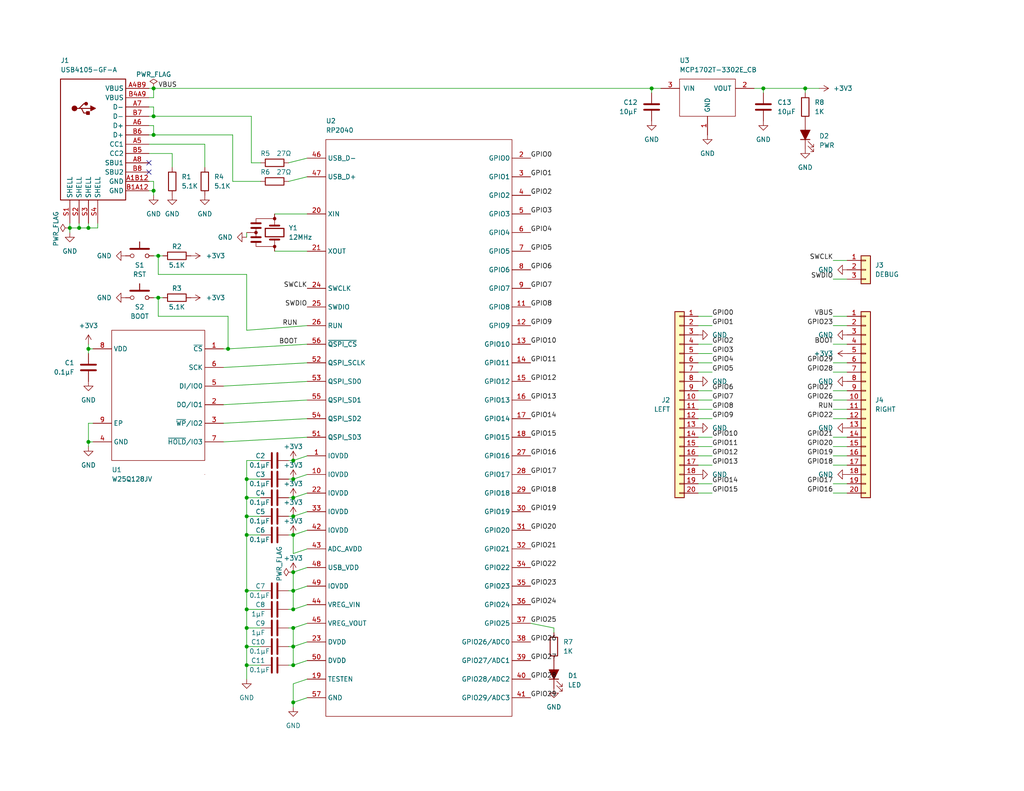
<source format=kicad_sch>
(kicad_sch (version 20211123) (generator eeschema)

  (uuid 4930e8a3-0a58-4861-9c4c-0d8b2139987a)

  (paper "USLetter")

  (title_block
    (title "ENGR3430 Miniproject 3")
    (date "2022-09-22")
    (company "Olin College of Engineering")
  )

  (lib_symbols
    (symbol "Connector_Generic:Conn_01x03" (pin_names (offset 1.016) hide) (in_bom yes) (on_board yes)
      (property "Reference" "J" (id 0) (at 0 5.08 0)
        (effects (font (size 1.27 1.27)))
      )
      (property "Value" "Conn_01x03" (id 1) (at 0 -5.08 0)
        (effects (font (size 1.27 1.27)))
      )
      (property "Footprint" "" (id 2) (at 0 0 0)
        (effects (font (size 1.27 1.27)) hide)
      )
      (property "Datasheet" "~" (id 3) (at 0 0 0)
        (effects (font (size 1.27 1.27)) hide)
      )
      (property "ki_keywords" "connector" (id 4) (at 0 0 0)
        (effects (font (size 1.27 1.27)) hide)
      )
      (property "ki_description" "Generic connector, single row, 01x03, script generated (kicad-library-utils/schlib/autogen/connector/)" (id 5) (at 0 0 0)
        (effects (font (size 1.27 1.27)) hide)
      )
      (property "ki_fp_filters" "Connector*:*_1x??_*" (id 6) (at 0 0 0)
        (effects (font (size 1.27 1.27)) hide)
      )
      (symbol "Conn_01x03_1_1"
        (rectangle (start -1.27 -2.413) (end 0 -2.667)
          (stroke (width 0.1524) (type default) (color 0 0 0 0))
          (fill (type none))
        )
        (rectangle (start -1.27 0.127) (end 0 -0.127)
          (stroke (width 0.1524) (type default) (color 0 0 0 0))
          (fill (type none))
        )
        (rectangle (start -1.27 2.667) (end 0 2.413)
          (stroke (width 0.1524) (type default) (color 0 0 0 0))
          (fill (type none))
        )
        (rectangle (start -1.27 3.81) (end 1.27 -3.81)
          (stroke (width 0.254) (type default) (color 0 0 0 0))
          (fill (type background))
        )
        (pin passive line (at -5.08 2.54 0) (length 3.81)
          (name "Pin_1" (effects (font (size 1.27 1.27))))
          (number "1" (effects (font (size 1.27 1.27))))
        )
        (pin passive line (at -5.08 0 0) (length 3.81)
          (name "Pin_2" (effects (font (size 1.27 1.27))))
          (number "2" (effects (font (size 1.27 1.27))))
        )
        (pin passive line (at -5.08 -2.54 0) (length 3.81)
          (name "Pin_3" (effects (font (size 1.27 1.27))))
          (number "3" (effects (font (size 1.27 1.27))))
        )
      )
    )
    (symbol "Connector_Generic:Conn_01x20" (pin_names (offset 1.016) hide) (in_bom yes) (on_board yes)
      (property "Reference" "J" (id 0) (at 0 25.4 0)
        (effects (font (size 1.27 1.27)))
      )
      (property "Value" "Conn_01x20" (id 1) (at 0 -27.94 0)
        (effects (font (size 1.27 1.27)))
      )
      (property "Footprint" "" (id 2) (at 0 0 0)
        (effects (font (size 1.27 1.27)) hide)
      )
      (property "Datasheet" "~" (id 3) (at 0 0 0)
        (effects (font (size 1.27 1.27)) hide)
      )
      (property "ki_keywords" "connector" (id 4) (at 0 0 0)
        (effects (font (size 1.27 1.27)) hide)
      )
      (property "ki_description" "Generic connector, single row, 01x20, script generated (kicad-library-utils/schlib/autogen/connector/)" (id 5) (at 0 0 0)
        (effects (font (size 1.27 1.27)) hide)
      )
      (property "ki_fp_filters" "Connector*:*_1x??_*" (id 6) (at 0 0 0)
        (effects (font (size 1.27 1.27)) hide)
      )
      (symbol "Conn_01x20_1_1"
        (rectangle (start -1.27 -25.273) (end 0 -25.527)
          (stroke (width 0.1524) (type default) (color 0 0 0 0))
          (fill (type none))
        )
        (rectangle (start -1.27 -22.733) (end 0 -22.987)
          (stroke (width 0.1524) (type default) (color 0 0 0 0))
          (fill (type none))
        )
        (rectangle (start -1.27 -20.193) (end 0 -20.447)
          (stroke (width 0.1524) (type default) (color 0 0 0 0))
          (fill (type none))
        )
        (rectangle (start -1.27 -17.653) (end 0 -17.907)
          (stroke (width 0.1524) (type default) (color 0 0 0 0))
          (fill (type none))
        )
        (rectangle (start -1.27 -15.113) (end 0 -15.367)
          (stroke (width 0.1524) (type default) (color 0 0 0 0))
          (fill (type none))
        )
        (rectangle (start -1.27 -12.573) (end 0 -12.827)
          (stroke (width 0.1524) (type default) (color 0 0 0 0))
          (fill (type none))
        )
        (rectangle (start -1.27 -10.033) (end 0 -10.287)
          (stroke (width 0.1524) (type default) (color 0 0 0 0))
          (fill (type none))
        )
        (rectangle (start -1.27 -7.493) (end 0 -7.747)
          (stroke (width 0.1524) (type default) (color 0 0 0 0))
          (fill (type none))
        )
        (rectangle (start -1.27 -4.953) (end 0 -5.207)
          (stroke (width 0.1524) (type default) (color 0 0 0 0))
          (fill (type none))
        )
        (rectangle (start -1.27 -2.413) (end 0 -2.667)
          (stroke (width 0.1524) (type default) (color 0 0 0 0))
          (fill (type none))
        )
        (rectangle (start -1.27 0.127) (end 0 -0.127)
          (stroke (width 0.1524) (type default) (color 0 0 0 0))
          (fill (type none))
        )
        (rectangle (start -1.27 2.667) (end 0 2.413)
          (stroke (width 0.1524) (type default) (color 0 0 0 0))
          (fill (type none))
        )
        (rectangle (start -1.27 5.207) (end 0 4.953)
          (stroke (width 0.1524) (type default) (color 0 0 0 0))
          (fill (type none))
        )
        (rectangle (start -1.27 7.747) (end 0 7.493)
          (stroke (width 0.1524) (type default) (color 0 0 0 0))
          (fill (type none))
        )
        (rectangle (start -1.27 10.287) (end 0 10.033)
          (stroke (width 0.1524) (type default) (color 0 0 0 0))
          (fill (type none))
        )
        (rectangle (start -1.27 12.827) (end 0 12.573)
          (stroke (width 0.1524) (type default) (color 0 0 0 0))
          (fill (type none))
        )
        (rectangle (start -1.27 15.367) (end 0 15.113)
          (stroke (width 0.1524) (type default) (color 0 0 0 0))
          (fill (type none))
        )
        (rectangle (start -1.27 17.907) (end 0 17.653)
          (stroke (width 0.1524) (type default) (color 0 0 0 0))
          (fill (type none))
        )
        (rectangle (start -1.27 20.447) (end 0 20.193)
          (stroke (width 0.1524) (type default) (color 0 0 0 0))
          (fill (type none))
        )
        (rectangle (start -1.27 22.987) (end 0 22.733)
          (stroke (width 0.1524) (type default) (color 0 0 0 0))
          (fill (type none))
        )
        (rectangle (start -1.27 24.13) (end 1.27 -26.67)
          (stroke (width 0.254) (type default) (color 0 0 0 0))
          (fill (type background))
        )
        (pin passive line (at -5.08 22.86 0) (length 3.81)
          (name "Pin_1" (effects (font (size 1.27 1.27))))
          (number "1" (effects (font (size 1.27 1.27))))
        )
        (pin passive line (at -5.08 0 0) (length 3.81)
          (name "Pin_10" (effects (font (size 1.27 1.27))))
          (number "10" (effects (font (size 1.27 1.27))))
        )
        (pin passive line (at -5.08 -2.54 0) (length 3.81)
          (name "Pin_11" (effects (font (size 1.27 1.27))))
          (number "11" (effects (font (size 1.27 1.27))))
        )
        (pin passive line (at -5.08 -5.08 0) (length 3.81)
          (name "Pin_12" (effects (font (size 1.27 1.27))))
          (number "12" (effects (font (size 1.27 1.27))))
        )
        (pin passive line (at -5.08 -7.62 0) (length 3.81)
          (name "Pin_13" (effects (font (size 1.27 1.27))))
          (number "13" (effects (font (size 1.27 1.27))))
        )
        (pin passive line (at -5.08 -10.16 0) (length 3.81)
          (name "Pin_14" (effects (font (size 1.27 1.27))))
          (number "14" (effects (font (size 1.27 1.27))))
        )
        (pin passive line (at -5.08 -12.7 0) (length 3.81)
          (name "Pin_15" (effects (font (size 1.27 1.27))))
          (number "15" (effects (font (size 1.27 1.27))))
        )
        (pin passive line (at -5.08 -15.24 0) (length 3.81)
          (name "Pin_16" (effects (font (size 1.27 1.27))))
          (number "16" (effects (font (size 1.27 1.27))))
        )
        (pin passive line (at -5.08 -17.78 0) (length 3.81)
          (name "Pin_17" (effects (font (size 1.27 1.27))))
          (number "17" (effects (font (size 1.27 1.27))))
        )
        (pin passive line (at -5.08 -20.32 0) (length 3.81)
          (name "Pin_18" (effects (font (size 1.27 1.27))))
          (number "18" (effects (font (size 1.27 1.27))))
        )
        (pin passive line (at -5.08 -22.86 0) (length 3.81)
          (name "Pin_19" (effects (font (size 1.27 1.27))))
          (number "19" (effects (font (size 1.27 1.27))))
        )
        (pin passive line (at -5.08 20.32 0) (length 3.81)
          (name "Pin_2" (effects (font (size 1.27 1.27))))
          (number "2" (effects (font (size 1.27 1.27))))
        )
        (pin passive line (at -5.08 -25.4 0) (length 3.81)
          (name "Pin_20" (effects (font (size 1.27 1.27))))
          (number "20" (effects (font (size 1.27 1.27))))
        )
        (pin passive line (at -5.08 17.78 0) (length 3.81)
          (name "Pin_3" (effects (font (size 1.27 1.27))))
          (number "3" (effects (font (size 1.27 1.27))))
        )
        (pin passive line (at -5.08 15.24 0) (length 3.81)
          (name "Pin_4" (effects (font (size 1.27 1.27))))
          (number "4" (effects (font (size 1.27 1.27))))
        )
        (pin passive line (at -5.08 12.7 0) (length 3.81)
          (name "Pin_5" (effects (font (size 1.27 1.27))))
          (number "5" (effects (font (size 1.27 1.27))))
        )
        (pin passive line (at -5.08 10.16 0) (length 3.81)
          (name "Pin_6" (effects (font (size 1.27 1.27))))
          (number "6" (effects (font (size 1.27 1.27))))
        )
        (pin passive line (at -5.08 7.62 0) (length 3.81)
          (name "Pin_7" (effects (font (size 1.27 1.27))))
          (number "7" (effects (font (size 1.27 1.27))))
        )
        (pin passive line (at -5.08 5.08 0) (length 3.81)
          (name "Pin_8" (effects (font (size 1.27 1.27))))
          (number "8" (effects (font (size 1.27 1.27))))
        )
        (pin passive line (at -5.08 2.54 0) (length 3.81)
          (name "Pin_9" (effects (font (size 1.27 1.27))))
          (number "9" (effects (font (size 1.27 1.27))))
        )
      )
    )
    (symbol "Device:C" (pin_numbers hide) (pin_names (offset 0.254)) (in_bom yes) (on_board yes)
      (property "Reference" "C" (id 0) (at 0.635 2.54 0)
        (effects (font (size 1.27 1.27)) (justify left))
      )
      (property "Value" "C" (id 1) (at 0.635 -2.54 0)
        (effects (font (size 1.27 1.27)) (justify left))
      )
      (property "Footprint" "" (id 2) (at 0.9652 -3.81 0)
        (effects (font (size 1.27 1.27)) hide)
      )
      (property "Datasheet" "~" (id 3) (at 0 0 0)
        (effects (font (size 1.27 1.27)) hide)
      )
      (property "ki_keywords" "cap capacitor" (id 4) (at 0 0 0)
        (effects (font (size 1.27 1.27)) hide)
      )
      (property "ki_description" "Unpolarized capacitor" (id 5) (at 0 0 0)
        (effects (font (size 1.27 1.27)) hide)
      )
      (property "ki_fp_filters" "C_*" (id 6) (at 0 0 0)
        (effects (font (size 1.27 1.27)) hide)
      )
      (symbol "C_0_1"
        (polyline
          (pts
            (xy -2.032 -0.762)
            (xy 2.032 -0.762)
          )
          (stroke (width 0.508) (type default) (color 0 0 0 0))
          (fill (type none))
        )
        (polyline
          (pts
            (xy -2.032 0.762)
            (xy 2.032 0.762)
          )
          (stroke (width 0.508) (type default) (color 0 0 0 0))
          (fill (type none))
        )
      )
      (symbol "C_1_1"
        (pin passive line (at 0 3.81 270) (length 2.794)
          (name "~" (effects (font (size 1.27 1.27))))
          (number "1" (effects (font (size 1.27 1.27))))
        )
        (pin passive line (at 0 -3.81 90) (length 2.794)
          (name "~" (effects (font (size 1.27 1.27))))
          (number "2" (effects (font (size 1.27 1.27))))
        )
      )
    )
    (symbol "Device:LED_Filled" (pin_numbers hide) (pin_names (offset 1.016) hide) (in_bom yes) (on_board yes)
      (property "Reference" "D" (id 0) (at 0 2.54 0)
        (effects (font (size 1.27 1.27)))
      )
      (property "Value" "LED_Filled" (id 1) (at 0 -2.54 0)
        (effects (font (size 1.27 1.27)))
      )
      (property "Footprint" "" (id 2) (at 0 0 0)
        (effects (font (size 1.27 1.27)) hide)
      )
      (property "Datasheet" "~" (id 3) (at 0 0 0)
        (effects (font (size 1.27 1.27)) hide)
      )
      (property "ki_keywords" "LED diode" (id 4) (at 0 0 0)
        (effects (font (size 1.27 1.27)) hide)
      )
      (property "ki_description" "Light emitting diode, filled shape" (id 5) (at 0 0 0)
        (effects (font (size 1.27 1.27)) hide)
      )
      (property "ki_fp_filters" "LED* LED_SMD:* LED_THT:*" (id 6) (at 0 0 0)
        (effects (font (size 1.27 1.27)) hide)
      )
      (symbol "LED_Filled_0_1"
        (polyline
          (pts
            (xy -1.27 -1.27)
            (xy -1.27 1.27)
          )
          (stroke (width 0.254) (type default) (color 0 0 0 0))
          (fill (type none))
        )
        (polyline
          (pts
            (xy -1.27 0)
            (xy 1.27 0)
          )
          (stroke (width 0) (type default) (color 0 0 0 0))
          (fill (type none))
        )
        (polyline
          (pts
            (xy 1.27 -1.27)
            (xy 1.27 1.27)
            (xy -1.27 0)
            (xy 1.27 -1.27)
          )
          (stroke (width 0.254) (type default) (color 0 0 0 0))
          (fill (type outline))
        )
        (polyline
          (pts
            (xy -3.048 -0.762)
            (xy -4.572 -2.286)
            (xy -3.81 -2.286)
            (xy -4.572 -2.286)
            (xy -4.572 -1.524)
          )
          (stroke (width 0) (type default) (color 0 0 0 0))
          (fill (type none))
        )
        (polyline
          (pts
            (xy -1.778 -0.762)
            (xy -3.302 -2.286)
            (xy -2.54 -2.286)
            (xy -3.302 -2.286)
            (xy -3.302 -1.524)
          )
          (stroke (width 0) (type default) (color 0 0 0 0))
          (fill (type none))
        )
      )
      (symbol "LED_Filled_1_1"
        (pin passive line (at -3.81 0 0) (length 2.54)
          (name "K" (effects (font (size 1.27 1.27))))
          (number "1" (effects (font (size 1.27 1.27))))
        )
        (pin passive line (at 3.81 0 180) (length 2.54)
          (name "A" (effects (font (size 1.27 1.27))))
          (number "2" (effects (font (size 1.27 1.27))))
        )
      )
    )
    (symbol "Device:R" (pin_numbers hide) (pin_names (offset 0)) (in_bom yes) (on_board yes)
      (property "Reference" "R" (id 0) (at 2.032 0 90)
        (effects (font (size 1.27 1.27)))
      )
      (property "Value" "R" (id 1) (at 0 0 90)
        (effects (font (size 1.27 1.27)))
      )
      (property "Footprint" "" (id 2) (at -1.778 0 90)
        (effects (font (size 1.27 1.27)) hide)
      )
      (property "Datasheet" "~" (id 3) (at 0 0 0)
        (effects (font (size 1.27 1.27)) hide)
      )
      (property "ki_keywords" "R res resistor" (id 4) (at 0 0 0)
        (effects (font (size 1.27 1.27)) hide)
      )
      (property "ki_description" "Resistor" (id 5) (at 0 0 0)
        (effects (font (size 1.27 1.27)) hide)
      )
      (property "ki_fp_filters" "R_*" (id 6) (at 0 0 0)
        (effects (font (size 1.27 1.27)) hide)
      )
      (symbol "R_0_1"
        (rectangle (start -1.016 -2.54) (end 1.016 2.54)
          (stroke (width 0.254) (type default) (color 0 0 0 0))
          (fill (type none))
        )
      )
      (symbol "R_1_1"
        (pin passive line (at 0 3.81 270) (length 1.27)
          (name "~" (effects (font (size 1.27 1.27))))
          (number "1" (effects (font (size 1.27 1.27))))
        )
        (pin passive line (at 0 -3.81 90) (length 1.27)
          (name "~" (effects (font (size 1.27 1.27))))
          (number "2" (effects (font (size 1.27 1.27))))
        )
      )
    )
    (symbol "Eclectronics:Crystal" (pin_numbers hide) (pin_names (offset 1.016) hide) (in_bom yes) (on_board yes)
      (property "Reference" "Y" (id 0) (at 0 7.62 0)
        (effects (font (size 1.27 1.27)))
      )
      (property "Value" "Crystal" (id 1) (at 0 5.08 0)
        (effects (font (size 1.27 1.27)))
      )
      (property "Footprint" "" (id 2) (at 0 0 0)
        (effects (font (size 1.27 1.27)) hide)
      )
      (property "Datasheet" "" (id 3) (at 0 0 0)
        (effects (font (size 1.27 1.27)) hide)
      )
      (symbol "Crystal_0_1"
        (circle (center -3.81 0) (radius 0.2794)
          (stroke (width 0.381) (type default) (color 0 0 0 0))
          (fill (type none))
        )
        (circle (center -3.81 0.127) (radius 0.0001)
          (stroke (width 0) (type default) (color 0 0 0 0))
          (fill (type none))
        )
        (rectangle (start -1.143 2.54) (end 1.143 -2.54)
          (stroke (width 0.3048) (type default) (color 0 0 0 0))
          (fill (type none))
        )
        (circle (center 0 -5.08) (radius 0.2794)
          (stroke (width 0.381) (type default) (color 0 0 0 0))
          (fill (type none))
        )
        (polyline
          (pts
            (xy -3.81 0)
            (xy -1.905 0)
          )
          (stroke (width 0) (type default) (color 0 0 0 0))
          (fill (type none))
        )
        (polyline
          (pts
            (xy -2.54 -3.81)
            (xy -2.54 -6.35)
          )
          (stroke (width 0.508) (type default) (color 0 0 0 0))
          (fill (type none))
        )
        (polyline
          (pts
            (xy -1.905 -1.27)
            (xy -1.905 1.27)
          )
          (stroke (width 0.508) (type default) (color 0 0 0 0))
          (fill (type none))
        )
        (polyline
          (pts
            (xy -1.27 -5.08)
            (xy 1.27 -5.08)
          )
          (stroke (width 0) (type default) (color 0 0 0 0))
          (fill (type none))
        )
        (polyline
          (pts
            (xy -1.27 -3.81)
            (xy -1.27 -6.35)
          )
          (stroke (width 0.508) (type default) (color 0 0 0 0))
          (fill (type none))
        )
        (polyline
          (pts
            (xy 0 -6.35)
            (xy 0 -5.08)
          )
          (stroke (width 0) (type default) (color 0 0 0 0))
          (fill (type none))
        )
        (polyline
          (pts
            (xy 1.27 -3.81)
            (xy 1.27 -6.35)
          )
          (stroke (width 0.508) (type default) (color 0 0 0 0))
          (fill (type none))
        )
        (polyline
          (pts
            (xy 1.905 -1.27)
            (xy 1.905 1.27)
          )
          (stroke (width 0.508) (type default) (color 0 0 0 0))
          (fill (type none))
        )
        (polyline
          (pts
            (xy 2.54 -3.81)
            (xy 2.54 -6.35)
          )
          (stroke (width 0.508) (type default) (color 0 0 0 0))
          (fill (type none))
        )
        (polyline
          (pts
            (xy 3.81 0)
            (xy 1.905 0)
          )
          (stroke (width 0) (type default) (color 0 0 0 0))
          (fill (type none))
        )
        (polyline
          (pts
            (xy -3.81 0)
            (xy -3.81 -5.08)
            (xy -2.54 -5.08)
          )
          (stroke (width 0) (type default) (color 0 0 0 0))
          (fill (type none))
        )
        (polyline
          (pts
            (xy 2.54 -5.08)
            (xy 3.81 -5.08)
            (xy 3.81 0)
          )
          (stroke (width 0) (type default) (color 0 0 0 0))
          (fill (type none))
        )
        (circle (center 3.81 0) (radius 0.2794)
          (stroke (width 0.381) (type default) (color 0 0 0 0))
          (fill (type none))
        )
      )
      (symbol "Crystal_1_1"
        (pin passive line (at -5.08 0 0) (length 1.27)
          (name "1" (effects (font (size 1.27 1.27))))
          (number "1" (effects (font (size 1.27 1.27))))
        )
        (pin passive line (at 0 -7.62 90) (length 1.27)
          (name "2" (effects (font (size 1.27 1.27))))
          (number "2" (effects (font (size 1.27 1.27))))
        )
        (pin passive line (at 5.08 0 180) (length 1.27)
          (name "3" (effects (font (size 1.27 1.27))))
          (number "3" (effects (font (size 1.27 1.27))))
        )
      )
    )
    (symbol "Eclectronics:MCP1702T-3302E_CB" (pin_names (offset 1.016)) (in_bom yes) (on_board yes)
      (property "Reference" "U" (id 0) (at 0 8.89 0)
        (effects (font (size 1.27 1.27)))
      )
      (property "Value" "MCP1702T-3302E_CB" (id 1) (at 0 6.35 0)
        (effects (font (size 1.27 1.27)))
      )
      (property "Footprint" "" (id 2) (at 0 1.27 0)
        (effects (font (size 1.524 1.524)) hide)
      )
      (property "Datasheet" "" (id 3) (at 0 1.27 0)
        (effects (font (size 1.524 1.524)) hide)
      )
      (symbol "MCP1702T-3302E_CB_0_1"
        (rectangle (start 7.62 5.08) (end -7.62 -5.08)
          (stroke (width 0) (type default) (color 0 0 0 0))
          (fill (type none))
        )
      )
      (symbol "MCP1702T-3302E_CB_1_1"
        (pin input line (at 0 -10.16 90) (length 5.08)
          (name "GND" (effects (font (size 1.27 1.27))))
          (number "1" (effects (font (size 1.27 1.27))))
        )
        (pin input line (at 12.7 2.54 180) (length 5.08)
          (name "VOUT" (effects (font (size 1.27 1.27))))
          (number "2" (effects (font (size 1.27 1.27))))
        )
        (pin input line (at -12.7 2.54 0) (length 5.08)
          (name "VIN" (effects (font (size 1.27 1.27))))
          (number "3" (effects (font (size 1.27 1.27))))
        )
      )
    )
    (symbol "Eclectronics:RP2040" (in_bom yes) (on_board yes)
      (property "Reference" "U" (id 0) (at -25.4 82.55 0)
        (effects (font (size 1.27 1.27)) (justify left))
      )
      (property "Value" "RP2040" (id 1) (at -25.4 80.01 0)
        (effects (font (size 1.27 1.27)) (justify left))
      )
      (property "Footprint" "" (id 2) (at 6.35 35.56 0)
        (effects (font (size 1.27 1.27)) hide)
      )
      (property "Datasheet" "" (id 3) (at 6.35 35.56 0)
        (effects (font (size 1.27 1.27)) hide)
      )
      (symbol "RP2040_0_1"
        (rectangle (start -25.4 78.74) (end 25.4 -78.74)
          (stroke (width 0) (type default) (color 0 0 0 0))
          (fill (type none))
        )
        (rectangle (start 22.86 73.66) (end 22.86 73.66)
          (stroke (width 0) (type default) (color 0 0 0 0))
          (fill (type none))
        )
        (rectangle (start 22.86 73.66) (end 22.86 73.66)
          (stroke (width 0) (type default) (color 0 0 0 0))
          (fill (type none))
        )
      )
      (symbol "RP2040_1_1"
        (pin power_in line (at -30.48 -7.62 0) (length 5.08)
          (name "IOVDD" (effects (font (size 1.27 1.27))))
          (number "1" (effects (font (size 1.27 1.27))))
        )
        (pin power_in line (at -30.48 -12.7 0) (length 5.08)
          (name "IOVDD" (effects (font (size 1.27 1.27))))
          (number "10" (effects (font (size 1.27 1.27))))
        )
        (pin bidirectional line (at 30.48 33.02 180) (length 5.08)
          (name "GPIO8" (effects (font (size 1.27 1.27))))
          (number "11" (effects (font (size 1.27 1.27))))
        )
        (pin bidirectional line (at 30.48 27.94 180) (length 5.08)
          (name "GPIO9" (effects (font (size 1.27 1.27))))
          (number "12" (effects (font (size 1.27 1.27))))
        )
        (pin bidirectional line (at 30.48 22.86 180) (length 5.08)
          (name "GPIO10" (effects (font (size 1.27 1.27))))
          (number "13" (effects (font (size 1.27 1.27))))
        )
        (pin bidirectional line (at 30.48 17.78 180) (length 5.08)
          (name "GPIO11" (effects (font (size 1.27 1.27))))
          (number "14" (effects (font (size 1.27 1.27))))
        )
        (pin bidirectional line (at 30.48 12.7 180) (length 5.08)
          (name "GPIO12" (effects (font (size 1.27 1.27))))
          (number "15" (effects (font (size 1.27 1.27))))
        )
        (pin bidirectional line (at 30.48 7.62 180) (length 5.08)
          (name "GPIO13" (effects (font (size 1.27 1.27))))
          (number "16" (effects (font (size 1.27 1.27))))
        )
        (pin bidirectional line (at 30.48 2.54 180) (length 5.08)
          (name "GPIO14" (effects (font (size 1.27 1.27))))
          (number "17" (effects (font (size 1.27 1.27))))
        )
        (pin bidirectional line (at 30.48 -2.54 180) (length 5.08)
          (name "GPIO15" (effects (font (size 1.27 1.27))))
          (number "18" (effects (font (size 1.27 1.27))))
        )
        (pin input line (at -30.48 -68.58 0) (length 5.08)
          (name "TESTEN" (effects (font (size 1.27 1.27))))
          (number "19" (effects (font (size 1.27 1.27))))
        )
        (pin bidirectional line (at 30.48 73.66 180) (length 5.08)
          (name "GPIO0" (effects (font (size 1.27 1.27))))
          (number "2" (effects (font (size 1.27 1.27))))
        )
        (pin bidirectional line (at -30.48 58.42 0) (length 5.08)
          (name "XIN" (effects (font (size 1.27 1.27))))
          (number "20" (effects (font (size 1.27 1.27))))
        )
        (pin bidirectional line (at -30.48 48.26 0) (length 5.08)
          (name "XOUT" (effects (font (size 1.27 1.27))))
          (number "21" (effects (font (size 1.27 1.27))))
        )
        (pin power_in line (at -30.48 -17.78 0) (length 5.08)
          (name "IOVDD" (effects (font (size 1.27 1.27))))
          (number "22" (effects (font (size 1.27 1.27))))
        )
        (pin power_in line (at -30.48 -58.42 0) (length 5.08)
          (name "DVDD" (effects (font (size 1.27 1.27))))
          (number "23" (effects (font (size 1.27 1.27))))
        )
        (pin bidirectional line (at -30.48 38.1 0) (length 5.08)
          (name "SWCLK" (effects (font (size 1.27 1.27))))
          (number "24" (effects (font (size 1.27 1.27))))
        )
        (pin bidirectional line (at -30.48 33.02 0) (length 5.08)
          (name "SWDIO" (effects (font (size 1.27 1.27))))
          (number "25" (effects (font (size 1.27 1.27))))
        )
        (pin bidirectional line (at -30.48 27.94 0) (length 5.08)
          (name "RUN" (effects (font (size 1.27 1.27))))
          (number "26" (effects (font (size 1.27 1.27))))
        )
        (pin bidirectional line (at 30.48 -7.62 180) (length 5.08)
          (name "GPIO16" (effects (font (size 1.27 1.27))))
          (number "27" (effects (font (size 1.27 1.27))))
        )
        (pin bidirectional line (at 30.48 -12.7 180) (length 5.08)
          (name "GPIO17" (effects (font (size 1.27 1.27))))
          (number "28" (effects (font (size 1.27 1.27))))
        )
        (pin bidirectional line (at 30.48 -17.78 180) (length 5.08)
          (name "GPIO18" (effects (font (size 1.27 1.27))))
          (number "29" (effects (font (size 1.27 1.27))))
        )
        (pin bidirectional line (at 30.48 68.58 180) (length 5.08)
          (name "GPIO1" (effects (font (size 1.27 1.27))))
          (number "3" (effects (font (size 1.27 1.27))))
        )
        (pin bidirectional line (at 30.48 -22.86 180) (length 5.08)
          (name "GPIO19" (effects (font (size 1.27 1.27))))
          (number "30" (effects (font (size 1.27 1.27))))
        )
        (pin bidirectional line (at 30.48 -27.94 180) (length 5.08)
          (name "GPIO20" (effects (font (size 1.27 1.27))))
          (number "31" (effects (font (size 1.27 1.27))))
        )
        (pin bidirectional line (at 30.48 -33.02 180) (length 5.08)
          (name "GPIO21" (effects (font (size 1.27 1.27))))
          (number "32" (effects (font (size 1.27 1.27))))
        )
        (pin power_in line (at -30.48 -22.86 0) (length 5.08)
          (name "IOVDD" (effects (font (size 1.27 1.27))))
          (number "33" (effects (font (size 1.27 1.27))))
        )
        (pin bidirectional line (at 30.48 -38.1 180) (length 5.08)
          (name "GPIO22" (effects (font (size 1.27 1.27))))
          (number "34" (effects (font (size 1.27 1.27))))
        )
        (pin bidirectional line (at 30.48 -43.18 180) (length 5.08)
          (name "GPIO23" (effects (font (size 1.27 1.27))))
          (number "35" (effects (font (size 1.27 1.27))))
        )
        (pin bidirectional line (at 30.48 -48.26 180) (length 5.08)
          (name "GPIO24" (effects (font (size 1.27 1.27))))
          (number "36" (effects (font (size 1.27 1.27))))
        )
        (pin bidirectional line (at 30.48 -53.34 180) (length 5.08)
          (name "GPIO25" (effects (font (size 1.27 1.27))))
          (number "37" (effects (font (size 1.27 1.27))))
        )
        (pin bidirectional line (at 30.48 -58.42 180) (length 5.08)
          (name "GPIO26/ADC0" (effects (font (size 1.27 1.27))))
          (number "38" (effects (font (size 1.27 1.27))))
        )
        (pin bidirectional line (at 30.48 -63.5 180) (length 5.08)
          (name "GPIO27/ADC1" (effects (font (size 1.27 1.27))))
          (number "39" (effects (font (size 1.27 1.27))))
        )
        (pin bidirectional line (at 30.48 63.5 180) (length 5.08)
          (name "GPIO2" (effects (font (size 1.27 1.27))))
          (number "4" (effects (font (size 1.27 1.27))))
        )
        (pin bidirectional line (at 30.48 -68.58 180) (length 5.08)
          (name "GPIO28/ADC2" (effects (font (size 1.27 1.27))))
          (number "40" (effects (font (size 1.27 1.27))))
        )
        (pin bidirectional line (at 30.48 -73.66 180) (length 5.08)
          (name "GPIO29/ADC3" (effects (font (size 1.27 1.27))))
          (number "41" (effects (font (size 1.27 1.27))))
        )
        (pin power_in line (at -30.48 -27.94 0) (length 5.08)
          (name "IOVDD" (effects (font (size 1.27 1.27))))
          (number "42" (effects (font (size 1.27 1.27))))
        )
        (pin power_in line (at -30.48 -33.02 0) (length 5.08)
          (name "ADC_AVDD" (effects (font (size 1.27 1.27))))
          (number "43" (effects (font (size 1.27 1.27))))
        )
        (pin power_in line (at -30.48 -48.26 0) (length 5.08)
          (name "VREG_VIN" (effects (font (size 1.27 1.27))))
          (number "44" (effects (font (size 1.27 1.27))))
        )
        (pin power_out line (at -30.48 -53.34 0) (length 5.08)
          (name "VREG_VOUT" (effects (font (size 1.27 1.27))))
          (number "45" (effects (font (size 1.27 1.27))))
        )
        (pin bidirectional line (at -30.48 73.66 0) (length 5.08)
          (name "USB_D-" (effects (font (size 1.27 1.27))))
          (number "46" (effects (font (size 1.27 1.27))))
        )
        (pin bidirectional line (at -30.48 68.58 0) (length 5.08)
          (name "USB_D+" (effects (font (size 1.27 1.27))))
          (number "47" (effects (font (size 1.27 1.27))))
        )
        (pin power_in line (at -30.48 -38.1 0) (length 5.08)
          (name "USB_VDD" (effects (font (size 1.27 1.27))))
          (number "48" (effects (font (size 1.27 1.27))))
        )
        (pin power_in line (at -30.48 -43.18 0) (length 5.08)
          (name "IOVDD" (effects (font (size 1.27 1.27))))
          (number "49" (effects (font (size 1.27 1.27))))
        )
        (pin bidirectional line (at 30.48 58.42 180) (length 5.08)
          (name "GPIO3" (effects (font (size 1.27 1.27))))
          (number "5" (effects (font (size 1.27 1.27))))
        )
        (pin power_in line (at -30.48 -63.5 0) (length 5.08)
          (name "DVDD" (effects (font (size 1.27 1.27))))
          (number "50" (effects (font (size 1.27 1.27))))
        )
        (pin bidirectional line (at -30.48 -2.54 0) (length 5.08)
          (name "QSPI_SD3" (effects (font (size 1.27 1.27))))
          (number "51" (effects (font (size 1.27 1.27))))
        )
        (pin bidirectional line (at -30.48 17.78 0) (length 5.08)
          (name "QSPI_SCLK" (effects (font (size 1.27 1.27))))
          (number "52" (effects (font (size 1.27 1.27))))
        )
        (pin bidirectional line (at -30.48 12.7 0) (length 5.08)
          (name "QSPI_SD0" (effects (font (size 1.27 1.27))))
          (number "53" (effects (font (size 1.27 1.27))))
        )
        (pin bidirectional line (at -30.48 2.54 0) (length 5.08)
          (name "QSPI_SD2" (effects (font (size 1.27 1.27))))
          (number "54" (effects (font (size 1.27 1.27))))
        )
        (pin bidirectional line (at -30.48 7.62 0) (length 5.08)
          (name "QSPI_SD1" (effects (font (size 1.27 1.27))))
          (number "55" (effects (font (size 1.27 1.27))))
        )
        (pin bidirectional line (at -30.48 22.86 0) (length 5.08)
          (name "~{QSPI_CS}" (effects (font (size 1.27 1.27))))
          (number "56" (effects (font (size 1.27 1.27))))
        )
        (pin power_in line (at -30.48 -73.66 0) (length 5.08)
          (name "GND" (effects (font (size 1.27 1.27))))
          (number "57" (effects (font (size 1.27 1.27))))
        )
        (pin bidirectional line (at 30.48 53.34 180) (length 5.08)
          (name "GPIO4" (effects (font (size 1.27 1.27))))
          (number "6" (effects (font (size 1.27 1.27))))
        )
        (pin bidirectional line (at 30.48 48.26 180) (length 5.08)
          (name "GPIO5" (effects (font (size 1.27 1.27))))
          (number "7" (effects (font (size 1.27 1.27))))
        )
        (pin bidirectional line (at 30.48 43.18 180) (length 5.08)
          (name "GPIO6" (effects (font (size 1.27 1.27))))
          (number "8" (effects (font (size 1.27 1.27))))
        )
        (pin bidirectional line (at 30.48 38.1 180) (length 5.08)
          (name "GPIO7" (effects (font (size 1.27 1.27))))
          (number "9" (effects (font (size 1.27 1.27))))
        )
      )
    )
    (symbol "Eclectronics:SW" (pin_numbers hide) (pin_names (offset 1.016) hide) (in_bom yes) (on_board yes)
      (property "Reference" "S" (id 0) (at 1.27 2.54 0)
        (effects (font (size 1.27 1.27)) (justify left))
      )
      (property "Value" "SW" (id 1) (at 1.27 -2.54 0)
        (effects (font (size 1.27 1.27)) (justify left))
      )
      (property "Footprint" "" (id 2) (at 1.27 2.54 90)
        (effects (font (size 1.524 1.524)) hide)
      )
      (property "Datasheet" "" (id 3) (at 1.27 2.54 90)
        (effects (font (size 1.524 1.524)) hide)
      )
      (symbol "SW_0_1"
        (circle (center 0 -2.032) (radius 0.508)
          (stroke (width 0) (type default) (color 0 0 0 0))
          (fill (type none))
        )
        (polyline
          (pts
            (xy -1.905 -2.54)
            (xy -1.905 2.54)
          )
          (stroke (width 0.508) (type default) (color 0 0 0 0))
          (fill (type none))
        )
        (polyline
          (pts
            (xy -1.905 0)
            (xy -3.81 0)
          )
          (stroke (width 0.254) (type default) (color 0 0 0 0))
          (fill (type none))
        )
        (circle (center 0 2.032) (radius 0.508)
          (stroke (width 0) (type default) (color 0 0 0 0))
          (fill (type none))
        )
        (circle (center 0 2.032) (radius 0.508)
          (stroke (width 0) (type default) (color 0 0 0 0))
          (fill (type none))
        )
      )
      (symbol "SW_1_1"
        (pin input line (at 0 -3.81 90) (length 1.27)
          (name "1" (effects (font (size 1.27 1.27))))
          (number "1" (effects (font (size 1.27 1.27))))
        )
        (pin input line (at 0 3.81 270) (length 1.27)
          (name "2" (effects (font (size 1.27 1.27))))
          (number "2" (effects (font (size 1.27 1.27))))
        )
      )
    )
    (symbol "Eclectronics:USB4105-GF-A" (in_bom yes) (on_board yes)
      (property "Reference" "J" (id 0) (at -8.89 20.32 0)
        (effects (font (size 1.27 1.27)) (justify left))
      )
      (property "Value" "USB4105-GF-A" (id 1) (at -8.89 17.78 0)
        (effects (font (size 1.27 1.27)) (justify left))
      )
      (property "Footprint" "" (id 2) (at -2.54 3.81 0)
        (effects (font (size 1.27 1.27)) hide)
      )
      (property "Datasheet" "" (id 3) (at -2.54 3.81 0)
        (effects (font (size 1.27 1.27)) hide)
      )
      (symbol "USB4105-GF-A_0_1"
        (rectangle (start -8.89 16.51) (end 8.89 -16.51)
          (stroke (width 0.254) (type default) (color 0 0 0 0))
          (fill (type none))
        )
        (circle (center -5.08 8.509) (radius 0.635)
          (stroke (width 0.254) (type default) (color 0 0 0 0))
          (fill (type outline))
        )
        (circle (center -1.905 9.779) (radius 0.381)
          (stroke (width 0.254) (type default) (color 0 0 0 0))
          (fill (type outline))
        )
        (rectangle (start -1.016 7.62) (end -1.778 6.858)
          (stroke (width 0.254) (type default) (color 0 0 0 0))
          (fill (type outline))
        )
        (polyline
          (pts
            (xy -3.175 8.509)
            (xy -0.635 8.509)
          )
          (stroke (width 0.254) (type default) (color 0 0 0 0))
          (fill (type none))
        )
        (polyline
          (pts
            (xy -4.445 8.509)
            (xy -3.81 8.509)
            (xy -2.54 9.779)
            (xy -1.905 9.779)
          )
          (stroke (width 0.254) (type default) (color 0 0 0 0))
          (fill (type none))
        )
        (polyline
          (pts
            (xy -3.81 8.509)
            (xy -3.175 8.509)
            (xy -2.54 7.239)
            (xy -1.27 7.239)
          )
          (stroke (width 0.254) (type default) (color 0 0 0 0))
          (fill (type none))
        )
        (polyline
          (pts
            (xy -0.635 9.144)
            (xy -0.635 7.874)
            (xy 0.635 8.509)
            (xy -0.635 9.144)
          )
          (stroke (width 0.254) (type default) (color 0 0 0 0))
          (fill (type outline))
        )
      )
      (symbol "USB4105-GF-A_1_1"
        (pin power_in line (at 15.24 -11.43 180) (length 6.35)
          (name "GND" (effects (font (size 1.27 1.27))))
          (number "A1B12" (effects (font (size 1.27 1.27))))
        )
        (pin power_in line (at 15.24 13.97 180) (length 6.35)
          (name "VBUS" (effects (font (size 1.27 1.27))))
          (number "A4B9" (effects (font (size 1.27 1.27))))
        )
        (pin bidirectional line (at 15.24 -1.27 180) (length 6.35)
          (name "CC1" (effects (font (size 1.27 1.27))))
          (number "A5" (effects (font (size 1.27 1.27))))
        )
        (pin bidirectional line (at 15.24 3.81 180) (length 6.35)
          (name "D+" (effects (font (size 1.27 1.27))))
          (number "A6" (effects (font (size 1.27 1.27))))
        )
        (pin bidirectional line (at 15.24 8.89 180) (length 6.35)
          (name "D-" (effects (font (size 1.27 1.27))))
          (number "A7" (effects (font (size 1.27 1.27))))
        )
        (pin bidirectional line (at 15.24 -6.35 180) (length 6.35)
          (name "SBU1" (effects (font (size 1.27 1.27))))
          (number "A8" (effects (font (size 1.27 1.27))))
        )
        (pin power_in line (at 15.24 -13.97 180) (length 6.35)
          (name "GND" (effects (font (size 1.27 1.27))))
          (number "B1A12" (effects (font (size 1.27 1.27))))
        )
        (pin power_in line (at 15.24 11.43 180) (length 6.35)
          (name "VBUS" (effects (font (size 1.27 1.27))))
          (number "B4A9" (effects (font (size 1.27 1.27))))
        )
        (pin bidirectional line (at 15.24 -3.81 180) (length 6.35)
          (name "CC2" (effects (font (size 1.27 1.27))))
          (number "B5" (effects (font (size 1.27 1.27))))
        )
        (pin bidirectional line (at 15.24 1.27 180) (length 6.35)
          (name "D+" (effects (font (size 1.27 1.27))))
          (number "B6" (effects (font (size 1.27 1.27))))
        )
        (pin bidirectional line (at 15.24 6.35 180) (length 6.35)
          (name "D-" (effects (font (size 1.27 1.27))))
          (number "B7" (effects (font (size 1.27 1.27))))
        )
        (pin bidirectional line (at 15.24 -8.89 180) (length 6.35)
          (name "SBU2" (effects (font (size 1.27 1.27))))
          (number "B8" (effects (font (size 1.27 1.27))))
        )
        (pin power_in line (at -6.35 -22.86 90) (length 6.35)
          (name "SHELL" (effects (font (size 1.27 1.27))))
          (number "S1" (effects (font (size 1.27 1.27))))
        )
        (pin power_in line (at -3.81 -22.86 90) (length 6.35)
          (name "SHELL" (effects (font (size 1.27 1.27))))
          (number "S2" (effects (font (size 1.27 1.27))))
        )
        (pin power_in line (at -1.27 -22.86 90) (length 6.35)
          (name "SHELL" (effects (font (size 1.27 1.27))))
          (number "S3" (effects (font (size 1.27 1.27))))
        )
        (pin power_in line (at 1.27 -22.86 90) (length 6.35)
          (name "SHELL" (effects (font (size 1.27 1.27))))
          (number "S4" (effects (font (size 1.27 1.27))))
        )
      )
    )
    (symbol "Eclectronics:W25Q128JV" (in_bom yes) (on_board yes)
      (property "Reference" "U" (id 0) (at -12.7 21.59 0)
        (effects (font (size 1.27 1.27)) (justify left))
      )
      (property "Value" "W25Q128JV" (id 1) (at -12.7 19.05 0)
        (effects (font (size 1.27 1.27)) (justify left))
      )
      (property "Footprint" "" (id 2) (at 5.08 8.89 0)
        (effects (font (size 1.27 1.27)) hide)
      )
      (property "Datasheet" "" (id 3) (at 5.08 8.89 0)
        (effects (font (size 1.27 1.27)) hide)
      )
      (symbol "W25Q128JV_0_1"
        (rectangle (start -12.7 17.78) (end 12.7 -17.78)
          (stroke (width 0) (type default) (color 0 0 0 0))
          (fill (type none))
        )
        (rectangle (start 12.7 -21.59) (end 12.7 -21.59)
          (stroke (width 0) (type default) (color 0 0 0 0))
          (fill (type none))
        )
      )
      (symbol "W25Q128JV_1_1"
        (pin input line (at 17.78 12.7 180) (length 5.08)
          (name "~{CS}" (effects (font (size 1.27 1.27))))
          (number "1" (effects (font (size 1.27 1.27))))
        )
        (pin bidirectional line (at 17.78 -2.54 180) (length 5.08)
          (name "DO/IO1" (effects (font (size 1.27 1.27))))
          (number "2" (effects (font (size 1.27 1.27))))
        )
        (pin bidirectional line (at 17.78 -7.62 180) (length 5.08)
          (name "~{WP}/IO2" (effects (font (size 1.27 1.27))))
          (number "3" (effects (font (size 1.27 1.27))))
        )
        (pin power_in line (at -17.78 -12.7 0) (length 5.08)
          (name "GND" (effects (font (size 1.27 1.27))))
          (number "4" (effects (font (size 1.27 1.27))))
        )
        (pin bidirectional line (at 17.78 2.54 180) (length 5.08)
          (name "DI/IO0" (effects (font (size 1.27 1.27))))
          (number "5" (effects (font (size 1.27 1.27))))
        )
        (pin input line (at 17.78 7.62 180) (length 5.08)
          (name "SCK" (effects (font (size 1.27 1.27))))
          (number "6" (effects (font (size 1.27 1.27))))
        )
        (pin bidirectional line (at 17.78 -12.7 180) (length 5.08)
          (name "~{HOLD}/IO3" (effects (font (size 1.27 1.27))))
          (number "7" (effects (font (size 1.27 1.27))))
        )
        (pin power_in line (at -17.78 12.7 0) (length 5.08)
          (name "VDD" (effects (font (size 1.27 1.27))))
          (number "8" (effects (font (size 1.27 1.27))))
        )
        (pin power_in line (at -17.78 -7.62 0) (length 5.08)
          (name "EP" (effects (font (size 1.27 1.27))))
          (number "9" (effects (font (size 1.27 1.27))))
        )
      )
    )
    (symbol "power:+3V3" (power) (pin_names (offset 0)) (in_bom yes) (on_board yes)
      (property "Reference" "#PWR" (id 0) (at 0 -3.81 0)
        (effects (font (size 1.27 1.27)) hide)
      )
      (property "Value" "+3V3" (id 1) (at 0 3.556 0)
        (effects (font (size 1.27 1.27)))
      )
      (property "Footprint" "" (id 2) (at 0 0 0)
        (effects (font (size 1.27 1.27)) hide)
      )
      (property "Datasheet" "" (id 3) (at 0 0 0)
        (effects (font (size 1.27 1.27)) hide)
      )
      (property "ki_keywords" "power-flag" (id 4) (at 0 0 0)
        (effects (font (size 1.27 1.27)) hide)
      )
      (property "ki_description" "Power symbol creates a global label with name \"+3V3\"" (id 5) (at 0 0 0)
        (effects (font (size 1.27 1.27)) hide)
      )
      (symbol "+3V3_0_1"
        (polyline
          (pts
            (xy -0.762 1.27)
            (xy 0 2.54)
          )
          (stroke (width 0) (type default) (color 0 0 0 0))
          (fill (type none))
        )
        (polyline
          (pts
            (xy 0 0)
            (xy 0 2.54)
          )
          (stroke (width 0) (type default) (color 0 0 0 0))
          (fill (type none))
        )
        (polyline
          (pts
            (xy 0 2.54)
            (xy 0.762 1.27)
          )
          (stroke (width 0) (type default) (color 0 0 0 0))
          (fill (type none))
        )
      )
      (symbol "+3V3_1_1"
        (pin power_in line (at 0 0 90) (length 0) hide
          (name "+3V3" (effects (font (size 1.27 1.27))))
          (number "1" (effects (font (size 1.27 1.27))))
        )
      )
    )
    (symbol "power:GND" (power) (pin_names (offset 0)) (in_bom yes) (on_board yes)
      (property "Reference" "#PWR" (id 0) (at 0 -6.35 0)
        (effects (font (size 1.27 1.27)) hide)
      )
      (property "Value" "GND" (id 1) (at 0 -3.81 0)
        (effects (font (size 1.27 1.27)))
      )
      (property "Footprint" "" (id 2) (at 0 0 0)
        (effects (font (size 1.27 1.27)) hide)
      )
      (property "Datasheet" "" (id 3) (at 0 0 0)
        (effects (font (size 1.27 1.27)) hide)
      )
      (property "ki_keywords" "power-flag" (id 4) (at 0 0 0)
        (effects (font (size 1.27 1.27)) hide)
      )
      (property "ki_description" "Power symbol creates a global label with name \"GND\" , ground" (id 5) (at 0 0 0)
        (effects (font (size 1.27 1.27)) hide)
      )
      (symbol "GND_0_1"
        (polyline
          (pts
            (xy 0 0)
            (xy 0 -1.27)
            (xy 1.27 -1.27)
            (xy 0 -2.54)
            (xy -1.27 -1.27)
            (xy 0 -1.27)
          )
          (stroke (width 0) (type default) (color 0 0 0 0))
          (fill (type none))
        )
      )
      (symbol "GND_1_1"
        (pin power_in line (at 0 0 270) (length 0) hide
          (name "GND" (effects (font (size 1.27 1.27))))
          (number "1" (effects (font (size 1.27 1.27))))
        )
      )
    )
    (symbol "power:PWR_FLAG" (power) (pin_numbers hide) (pin_names (offset 0) hide) (in_bom yes) (on_board yes)
      (property "Reference" "#FLG" (id 0) (at 0 1.905 0)
        (effects (font (size 1.27 1.27)) hide)
      )
      (property "Value" "PWR_FLAG" (id 1) (at 0 3.81 0)
        (effects (font (size 1.27 1.27)))
      )
      (property "Footprint" "" (id 2) (at 0 0 0)
        (effects (font (size 1.27 1.27)) hide)
      )
      (property "Datasheet" "~" (id 3) (at 0 0 0)
        (effects (font (size 1.27 1.27)) hide)
      )
      (property "ki_keywords" "power-flag" (id 4) (at 0 0 0)
        (effects (font (size 1.27 1.27)) hide)
      )
      (property "ki_description" "Special symbol for telling ERC where power comes from" (id 5) (at 0 0 0)
        (effects (font (size 1.27 1.27)) hide)
      )
      (symbol "PWR_FLAG_0_0"
        (pin power_out line (at 0 0 90) (length 0)
          (name "pwr" (effects (font (size 1.27 1.27))))
          (number "1" (effects (font (size 1.27 1.27))))
        )
      )
      (symbol "PWR_FLAG_0_1"
        (polyline
          (pts
            (xy 0 0)
            (xy 0 1.27)
            (xy -1.016 1.905)
            (xy 0 2.54)
            (xy 1.016 1.905)
            (xy 0 1.27)
          )
          (stroke (width 0) (type default) (color 0 0 0 0))
          (fill (type none))
        )
      )
    )
  )

  (junction (at 67.31 130.81) (diameter 0) (color 0 0 0 0)
    (uuid 05e1fb98-ad2d-468d-96cc-ad8e9faa3bf2)
  )
  (junction (at 67.31 146.05) (diameter 0) (color 0 0 0 0)
    (uuid 139a0502-3a61-4f51-8794-d3ba9c68324b)
  )
  (junction (at 80.01 125.73) (diameter 0) (color 0 0 0 0)
    (uuid 1bc4da91-d219-42d4-8c34-012d07c765f6)
  )
  (junction (at 67.31 171.45) (diameter 0) (color 0 0 0 0)
    (uuid 1c770cf0-61f0-42ea-91a0-9d2bfc3acb52)
  )
  (junction (at 80.01 156.21) (diameter 0) (color 0 0 0 0)
    (uuid 28d8f43d-1881-4116-afe9-375d32b8d63f)
  )
  (junction (at 41.91 36.83) (diameter 0) (color 0 0 0 0)
    (uuid 2fe5d8e2-b7c8-4a16-9ee3-ceea03f2282b)
  )
  (junction (at 19.05 62.23) (diameter 0) (color 0 0 0 0)
    (uuid 33d4f72a-97f5-40f8-a6cb-7005844be961)
  )
  (junction (at 80.01 176.53) (diameter 0) (color 0 0 0 0)
    (uuid 35a3aee0-f171-46de-a48e-f462eab2c3f2)
  )
  (junction (at 41.91 52.07) (diameter 0) (color 0 0 0 0)
    (uuid 36c1e3af-c675-41dd-b018-b2c24f782f7f)
  )
  (junction (at 219.71 24.13) (diameter 0) (color 0 0 0 0)
    (uuid 3a550343-e68e-41e8-b8eb-29a4525be36e)
  )
  (junction (at 67.31 161.29) (diameter 0) (color 0 0 0 0)
    (uuid 5d87fa0f-9c89-4e1f-bc99-c39250779473)
  )
  (junction (at 80.01 166.37) (diameter 0) (color 0 0 0 0)
    (uuid 61cc3dfc-97f5-477a-af1f-0a83145ea0b3)
  )
  (junction (at 80.01 135.89) (diameter 0) (color 0 0 0 0)
    (uuid 81e8391b-c726-4657-a45f-2db21a3a084a)
  )
  (junction (at 80.01 140.97) (diameter 0) (color 0 0 0 0)
    (uuid 8dd29542-c2ed-430f-8f2b-268f9e638c2b)
  )
  (junction (at 67.31 140.97) (diameter 0) (color 0 0 0 0)
    (uuid 8f491b91-e3a0-4824-8a91-bc02d29cd066)
  )
  (junction (at 80.01 191.77) (diameter 0) (color 0 0 0 0)
    (uuid 96cfdd24-3125-432d-a311-fe37d9db9700)
  )
  (junction (at 80.01 171.45) (diameter 0) (color 0 0 0 0)
    (uuid 99120c18-8a97-4ace-8e18-35615c608fe3)
  )
  (junction (at 208.28 24.13) (diameter 0) (color 0 0 0 0)
    (uuid a9379bb1-a4d9-4bb5-9bfb-499774f16ab0)
  )
  (junction (at 21.59 62.23) (diameter 0) (color 0 0 0 0)
    (uuid ab58cd70-7374-457a-95cd-c3c9e74f394e)
  )
  (junction (at 80.01 181.61) (diameter 0) (color 0 0 0 0)
    (uuid b53daf32-6e2f-45b9-82c3-0918fdac5dd8)
  )
  (junction (at 67.31 176.53) (diameter 0) (color 0 0 0 0)
    (uuid bd17a723-9ee6-4c8e-a51d-d4b94017e576)
  )
  (junction (at 80.01 161.29) (diameter 0) (color 0 0 0 0)
    (uuid be630791-295e-4d63-95b9-91ab4c03e344)
  )
  (junction (at 43.18 69.85) (diameter 0) (color 0 0 0 0)
    (uuid bfe2dcb9-93fb-4542-a24a-054cd9d204a8)
  )
  (junction (at 80.01 146.05) (diameter 0) (color 0 0 0 0)
    (uuid c0232110-3936-46ac-8f4b-81a4f508434b)
  )
  (junction (at 24.13 120.65) (diameter 0) (color 0 0 0 0)
    (uuid c136b7b7-7d5b-4db0-8333-53a49babcccc)
  )
  (junction (at 41.91 24.13) (diameter 0) (color 0 0 0 0)
    (uuid c323bf83-cece-44a9-88e4-b78c48c72de5)
  )
  (junction (at 43.18 81.28) (diameter 0) (color 0 0 0 0)
    (uuid d5258ad6-f1cd-4a3b-a637-40df9bcc9326)
  )
  (junction (at 62.23 95.25) (diameter 0) (color 0 0 0 0)
    (uuid dd9a615c-f28b-494f-b5c7-f27d01a2c673)
  )
  (junction (at 177.8 24.13) (diameter 0) (color 0 0 0 0)
    (uuid e1fbdfc7-2e29-4260-9b9e-2ffc8c464877)
  )
  (junction (at 24.13 95.25) (diameter 0) (color 0 0 0 0)
    (uuid e934d40d-b33f-44f7-a5c1-59ecc431945b)
  )
  (junction (at 67.31 181.61) (diameter 0) (color 0 0 0 0)
    (uuid ed004c0e-508d-435e-a220-ed6c330d3d1c)
  )
  (junction (at 24.13 62.23) (diameter 0) (color 0 0 0 0)
    (uuid efa95844-5be5-46aa-8907-8a087f5b2ca1)
  )
  (junction (at 41.91 31.75) (diameter 0) (color 0 0 0 0)
    (uuid f0c6beac-8ab0-4d83-b4c7-acd775f9f9d0)
  )
  (junction (at 67.31 166.37) (diameter 0) (color 0 0 0 0)
    (uuid f11a85f2-7623-4697-8ae2-19aa3a4372c9)
  )
  (junction (at 80.01 130.81) (diameter 0) (color 0 0 0 0)
    (uuid fa8c0c9d-10fa-4eb4-9c4d-1aac72148715)
  )
  (junction (at 67.31 135.89) (diameter 0) (color 0 0 0 0)
    (uuid ff73efe2-bc79-4b57-a787-5e8ebcc88082)
  )

  (no_connect (at 40.64 46.99) (uuid 46f423c2-bdf8-41a8-82fb-7c7ea7d6017a))
  (no_connect (at 40.64 44.45) (uuid 46f423c2-bdf8-41a8-82fb-7c7ea7d6017b))

  (wire (pts (xy 78.74 146.05) (xy 80.01 146.05))
    (stroke (width 0) (type default) (color 0 0 0 0))
    (uuid 015cd8b0-88f1-424d-bfe0-662506808e31)
  )
  (wire (pts (xy 67.31 130.81) (xy 71.12 130.81))
    (stroke (width 0) (type default) (color 0 0 0 0))
    (uuid 017ed441-f123-4894-aef6-ca35fa06eb39)
  )
  (wire (pts (xy 78.74 140.97) (xy 80.01 140.97))
    (stroke (width 0) (type default) (color 0 0 0 0))
    (uuid 042625b6-e2bb-42e2-973a-80fb7ece6470)
  )
  (wire (pts (xy 194.31 127) (xy 190.5 127))
    (stroke (width 0) (type default) (color 0 0 0 0))
    (uuid 076aae61-066a-4bc5-bd2e-531d16d71734)
  )
  (wire (pts (xy 67.31 146.05) (xy 67.31 140.97))
    (stroke (width 0) (type default) (color 0 0 0 0))
    (uuid 0b7eee2c-0f9e-41fb-83fa-47dd930c3048)
  )
  (wire (pts (xy 227.33 127) (xy 231.14 127))
    (stroke (width 0) (type default) (color 0 0 0 0))
    (uuid 0c816b14-3548-4185-bc3c-bc228a6a0e17)
  )
  (wire (pts (xy 40.64 36.83) (xy 41.91 36.83))
    (stroke (width 0) (type default) (color 0 0 0 0))
    (uuid 0de1c04a-77f9-4dc8-b4cc-630928ec164b)
  )
  (wire (pts (xy 68.58 31.75) (xy 68.58 44.45))
    (stroke (width 0) (type default) (color 0 0 0 0))
    (uuid 1122d3d2-8da5-419a-a6f1-2b51ba398ca4)
  )
  (wire (pts (xy 41.91 36.83) (xy 63.5 36.83))
    (stroke (width 0) (type default) (color 0 0 0 0))
    (uuid 162e93b7-c05c-48b3-954e-ca0481490f78)
  )
  (wire (pts (xy 80.01 166.37) (xy 83.82 165.1))
    (stroke (width 0) (type default) (color 0 0 0 0))
    (uuid 16e40510-5ea6-4506-9f64-0db6bc22f1a0)
  )
  (wire (pts (xy 68.58 44.45) (xy 71.12 44.45))
    (stroke (width 0) (type default) (color 0 0 0 0))
    (uuid 1b29f350-ede6-431a-ac54-0f67baf0f865)
  )
  (wire (pts (xy 227.33 119.38) (xy 231.14 119.38))
    (stroke (width 0) (type default) (color 0 0 0 0))
    (uuid 1dd7ef5d-bfd0-48ab-a9d6-a0fc1b573549)
  )
  (wire (pts (xy 177.8 24.13) (xy 180.34 24.13))
    (stroke (width 0) (type default) (color 0 0 0 0))
    (uuid 21f56b36-a7bc-4901-aebe-85e2d2ae8a80)
  )
  (wire (pts (xy 62.23 86.36) (xy 62.23 95.25))
    (stroke (width 0) (type default) (color 0 0 0 0))
    (uuid 22b76f79-81a7-4bfb-9cac-dbfc5d1e4917)
  )
  (wire (pts (xy 24.13 62.23) (xy 26.67 62.23))
    (stroke (width 0) (type default) (color 0 0 0 0))
    (uuid 23a815fd-57b0-4dc0-be1d-f241908eca08)
  )
  (wire (pts (xy 67.31 166.37) (xy 67.31 161.29))
    (stroke (width 0) (type default) (color 0 0 0 0))
    (uuid 241305f9-2a17-4774-a574-4691b75cba34)
  )
  (wire (pts (xy 67.31 161.29) (xy 71.12 161.29))
    (stroke (width 0) (type default) (color 0 0 0 0))
    (uuid 277d407d-5617-4e3e-94fc-fd498cf1bd34)
  )
  (wire (pts (xy 19.05 60.96) (xy 19.05 62.23))
    (stroke (width 0) (type default) (color 0 0 0 0))
    (uuid 290b9d42-5000-436f-8ff5-3fde5e1b7418)
  )
  (wire (pts (xy 43.18 86.36) (xy 62.23 86.36))
    (stroke (width 0) (type default) (color 0 0 0 0))
    (uuid 29a8e929-9832-456d-9252-06041333329e)
  )
  (wire (pts (xy 194.31 86.36) (xy 190.5 86.36))
    (stroke (width 0) (type default) (color 0 0 0 0))
    (uuid 2acefed7-54f8-4cae-9d92-77a91d851707)
  )
  (wire (pts (xy 227.33 124.46) (xy 231.14 124.46))
    (stroke (width 0) (type default) (color 0 0 0 0))
    (uuid 2aed5ecf-f9ce-4e72-a954-0e59a6c9700d)
  )
  (wire (pts (xy 41.91 49.53) (xy 41.91 52.07))
    (stroke (width 0) (type default) (color 0 0 0 0))
    (uuid 2bbf158a-4bd5-4a66-8427-cae2f11a87ea)
  )
  (wire (pts (xy 80.01 146.05) (xy 83.82 144.78))
    (stroke (width 0) (type default) (color 0 0 0 0))
    (uuid 2cb62c85-6eb5-4aec-9832-9ff7fc811595)
  )
  (wire (pts (xy 208.28 24.13) (xy 219.71 24.13))
    (stroke (width 0) (type default) (color 0 0 0 0))
    (uuid 308816b5-b3b8-48c1-b59e-400830d19864)
  )
  (wire (pts (xy 67.31 63.5) (xy 67.31 64.77))
    (stroke (width 0) (type default) (color 0 0 0 0))
    (uuid 3145103b-a20f-4d66-8ee5-27d5edcdc39c)
  )
  (wire (pts (xy 41.91 36.83) (xy 41.91 34.29))
    (stroke (width 0) (type default) (color 0 0 0 0))
    (uuid 31e4a4a7-50e7-4bbd-b4e3-8f09b498aa32)
  )
  (wire (pts (xy 227.33 106.68) (xy 231.14 106.68))
    (stroke (width 0) (type default) (color 0 0 0 0))
    (uuid 38e0e41a-5e2b-4cb2-882e-9ce19d4c699b)
  )
  (wire (pts (xy 80.01 171.45) (xy 80.01 176.53))
    (stroke (width 0) (type default) (color 0 0 0 0))
    (uuid 394d2993-9356-4c0b-8d77-7b8e9ebb0fa9)
  )
  (wire (pts (xy 40.64 29.21) (xy 41.91 29.21))
    (stroke (width 0) (type default) (color 0 0 0 0))
    (uuid 3995b27b-5f1e-4f0d-8dd3-8e39712a3a7c)
  )
  (wire (pts (xy 190.5 93.98) (xy 194.31 93.98))
    (stroke (width 0) (type default) (color 0 0 0 0))
    (uuid 3cb082b6-c094-499a-804f-e7785bdaa075)
  )
  (wire (pts (xy 67.31 130.81) (xy 67.31 125.73))
    (stroke (width 0) (type default) (color 0 0 0 0))
    (uuid 3e591161-214c-474c-8e38-c4008383c1ed)
  )
  (wire (pts (xy 41.91 24.13) (xy 177.8 24.13))
    (stroke (width 0) (type default) (color 0 0 0 0))
    (uuid 3f139519-2ac5-46db-8e34-7be1f185fcac)
  )
  (wire (pts (xy 67.31 135.89) (xy 67.31 130.81))
    (stroke (width 0) (type default) (color 0 0 0 0))
    (uuid 3fde0b61-7023-41f1-b77c-da11ddb63593)
  )
  (wire (pts (xy 78.74 44.45) (xy 83.82 43.18))
    (stroke (width 0) (type default) (color 0 0 0 0))
    (uuid 402cb0b4-e0c2-49d9-8c50-65456168e313)
  )
  (wire (pts (xy 80.01 161.29) (xy 83.82 160.02))
    (stroke (width 0) (type default) (color 0 0 0 0))
    (uuid 403eb3f4-5bc9-4548-b240-ca6e069e137b)
  )
  (wire (pts (xy 194.31 109.22) (xy 190.5 109.22))
    (stroke (width 0) (type default) (color 0 0 0 0))
    (uuid 407adc0a-3678-42e4-88e2-c0de872b836e)
  )
  (wire (pts (xy 55.88 39.37) (xy 55.88 45.72))
    (stroke (width 0) (type default) (color 0 0 0 0))
    (uuid 42078847-0128-49c3-b61b-34ed6bacaba5)
  )
  (wire (pts (xy 80.01 151.13) (xy 83.82 149.86))
    (stroke (width 0) (type default) (color 0 0 0 0))
    (uuid 42fa159c-9ee0-489a-af31-ad4fea4394de)
  )
  (wire (pts (xy 177.8 25.4) (xy 177.8 24.13))
    (stroke (width 0) (type default) (color 0 0 0 0))
    (uuid 43d7c15a-0005-4161-999d-74f8a3b1e48b)
  )
  (wire (pts (xy 78.74 161.29) (xy 80.01 161.29))
    (stroke (width 0) (type default) (color 0 0 0 0))
    (uuid 43e04007-179d-4c61-9757-75271e66a4bf)
  )
  (wire (pts (xy 78.74 171.45) (xy 80.01 171.45))
    (stroke (width 0) (type default) (color 0 0 0 0))
    (uuid 445bc092-9bf6-4dfa-a764-715ad6d87ee8)
  )
  (wire (pts (xy 67.31 140.97) (xy 67.31 135.89))
    (stroke (width 0) (type default) (color 0 0 0 0))
    (uuid 457fe9ab-6b15-414e-a795-65b567731bfb)
  )
  (wire (pts (xy 67.31 146.05) (xy 71.12 146.05))
    (stroke (width 0) (type default) (color 0 0 0 0))
    (uuid 4aa63612-3e17-4b80-9e93-15f202f39e1f)
  )
  (wire (pts (xy 227.33 71.12) (xy 231.14 71.12))
    (stroke (width 0) (type default) (color 0 0 0 0))
    (uuid 4cb14024-d203-4b5c-9fc7-faa3c77c241d)
  )
  (wire (pts (xy 60.96 95.25) (xy 62.23 95.25))
    (stroke (width 0) (type default) (color 0 0 0 0))
    (uuid 4d2c071d-73db-4830-8619-b27923e55c59)
  )
  (wire (pts (xy 41.91 52.07) (xy 41.91 53.34))
    (stroke (width 0) (type default) (color 0 0 0 0))
    (uuid 4d82176e-e39f-4d8a-a9a8-73e0b422a3ac)
  )
  (wire (pts (xy 190.5 99.06) (xy 194.31 99.06))
    (stroke (width 0) (type default) (color 0 0 0 0))
    (uuid 4e9de5ab-221a-402a-8c91-74de0d70a63c)
  )
  (wire (pts (xy 67.31 90.17) (xy 83.82 88.9))
    (stroke (width 0) (type default) (color 0 0 0 0))
    (uuid 4faedae0-0f31-4357-859f-69a2796d658c)
  )
  (wire (pts (xy 80.01 176.53) (xy 80.01 181.61))
    (stroke (width 0) (type default) (color 0 0 0 0))
    (uuid 501594e2-d2ae-4d51-a44f-0932b2a143bd)
  )
  (wire (pts (xy 83.82 124.46) (xy 80.01 125.73))
    (stroke (width 0) (type default) (color 0 0 0 0))
    (uuid 50bc4e7f-add9-4471-80e1-7b2c18e2400d)
  )
  (wire (pts (xy 46.99 41.91) (xy 46.99 45.72))
    (stroke (width 0) (type default) (color 0 0 0 0))
    (uuid 531eaa69-418d-4cc9-bb87-f341030db3eb)
  )
  (wire (pts (xy 24.13 96.52) (xy 24.13 95.25))
    (stroke (width 0) (type default) (color 0 0 0 0))
    (uuid 53e1f424-153e-4fce-8027-f04301d72a97)
  )
  (wire (pts (xy 24.13 115.57) (xy 24.13 120.65))
    (stroke (width 0) (type default) (color 0 0 0 0))
    (uuid 545fffeb-33ec-4f0f-a740-0f05ac018346)
  )
  (wire (pts (xy 78.74 166.37) (xy 80.01 166.37))
    (stroke (width 0) (type default) (color 0 0 0 0))
    (uuid 576fe6b7-c636-4ea8-8cd6-b8a74e4f5e73)
  )
  (wire (pts (xy 43.18 81.28) (xy 44.45 81.28))
    (stroke (width 0) (type default) (color 0 0 0 0))
    (uuid 594574c0-deec-418d-95bc-47b8c6b85c3a)
  )
  (wire (pts (xy 63.5 49.53) (xy 71.12 49.53))
    (stroke (width 0) (type default) (color 0 0 0 0))
    (uuid 5cf73c90-ab5b-40a9-b5e8-445f22f221d1)
  )
  (wire (pts (xy 194.31 132.08) (xy 190.5 132.08))
    (stroke (width 0) (type default) (color 0 0 0 0))
    (uuid 5eaa5a8e-a888-4818-9005-871797a26ebc)
  )
  (wire (pts (xy 227.33 111.76) (xy 231.14 111.76))
    (stroke (width 0) (type default) (color 0 0 0 0))
    (uuid 5fe2d47b-642b-4d82-974f-31f38cbee5e5)
  )
  (wire (pts (xy 227.33 88.9) (xy 231.14 88.9))
    (stroke (width 0) (type default) (color 0 0 0 0))
    (uuid 5ff52003-ba58-4fa3-82fa-5e8e805f63a2)
  )
  (wire (pts (xy 80.01 156.21) (xy 80.01 161.29))
    (stroke (width 0) (type default) (color 0 0 0 0))
    (uuid 608ee800-0e52-438d-80aa-5b86f0705326)
  )
  (wire (pts (xy 83.82 170.18) (xy 80.01 171.45))
    (stroke (width 0) (type default) (color 0 0 0 0))
    (uuid 637eb785-e225-4291-a3d6-0c21a25365b8)
  )
  (wire (pts (xy 78.74 176.53) (xy 80.01 176.53))
    (stroke (width 0) (type default) (color 0 0 0 0))
    (uuid 6397cf4b-c37c-41f8-98f6-09cf92a4ce03)
  )
  (wire (pts (xy 40.64 39.37) (xy 55.88 39.37))
    (stroke (width 0) (type default) (color 0 0 0 0))
    (uuid 663b1f01-4090-4d40-bc36-d349d9b0611b)
  )
  (wire (pts (xy 205.74 24.13) (xy 208.28 24.13))
    (stroke (width 0) (type default) (color 0 0 0 0))
    (uuid 683624d1-1902-4643-bac4-3012b7c774f9)
  )
  (wire (pts (xy 41.91 81.28) (xy 43.18 81.28))
    (stroke (width 0) (type default) (color 0 0 0 0))
    (uuid 6f3d9671-0802-441e-9a62-a11b5fda472e)
  )
  (wire (pts (xy 190.5 101.6) (xy 194.31 101.6))
    (stroke (width 0) (type default) (color 0 0 0 0))
    (uuid 6f4b8953-391e-458b-9dc9-93671a0bc4af)
  )
  (wire (pts (xy 227.33 76.2) (xy 231.14 76.2))
    (stroke (width 0) (type default) (color 0 0 0 0))
    (uuid 72dea668-c317-465b-b4fd-23e418bd8a03)
  )
  (wire (pts (xy 24.13 93.98) (xy 24.13 95.25))
    (stroke (width 0) (type default) (color 0 0 0 0))
    (uuid 73eee764-a54c-4551-bd06-eb43cdc25552)
  )
  (wire (pts (xy 60.96 115.57) (xy 83.82 114.3))
    (stroke (width 0) (type default) (color 0 0 0 0))
    (uuid 74a12dcd-f48d-4f2e-b19d-04de3d457207)
  )
  (wire (pts (xy 21.59 60.96) (xy 21.59 62.23))
    (stroke (width 0) (type default) (color 0 0 0 0))
    (uuid 7999d92a-bb72-4e61-9665-caf5e4f169ee)
  )
  (wire (pts (xy 25.4 120.65) (xy 24.13 120.65))
    (stroke (width 0) (type default) (color 0 0 0 0))
    (uuid 7a579f34-5454-4c59-bc82-7f767295cd18)
  )
  (wire (pts (xy 80.01 156.21) (xy 83.82 154.94))
    (stroke (width 0) (type default) (color 0 0 0 0))
    (uuid 7ee6518a-2085-42c9-b007-27914e14600e)
  )
  (wire (pts (xy 194.31 111.76) (xy 190.5 111.76))
    (stroke (width 0) (type default) (color 0 0 0 0))
    (uuid 7fe3c720-7d3f-4322-91a3-f040c5cc71ba)
  )
  (wire (pts (xy 41.91 69.85) (xy 43.18 69.85))
    (stroke (width 0) (type default) (color 0 0 0 0))
    (uuid 8193cf5a-1ecd-4dd3-b08f-bcc90ee73186)
  )
  (wire (pts (xy 80.01 181.61) (xy 83.82 180.34))
    (stroke (width 0) (type default) (color 0 0 0 0))
    (uuid 81e77dbc-b850-4967-8700-6468c320412c)
  )
  (wire (pts (xy 41.91 24.13) (xy 41.91 26.67))
    (stroke (width 0) (type default) (color 0 0 0 0))
    (uuid 81fbde02-d5ad-44ce-8fa7-189180c7334d)
  )
  (wire (pts (xy 41.91 26.67) (xy 40.64 26.67))
    (stroke (width 0) (type default) (color 0 0 0 0))
    (uuid 821f56c2-58aa-4781-9d51-c7bc2c6774c7)
  )
  (wire (pts (xy 41.91 31.75) (xy 68.58 31.75))
    (stroke (width 0) (type default) (color 0 0 0 0))
    (uuid 855e692c-c97c-45e5-b72a-a87e759e42d0)
  )
  (wire (pts (xy 67.31 125.73) (xy 71.12 125.73))
    (stroke (width 0) (type default) (color 0 0 0 0))
    (uuid 86e7fe0b-6369-4da7-8133-8cafc0fb99b2)
  )
  (wire (pts (xy 83.82 185.42) (xy 80.01 186.69))
    (stroke (width 0) (type default) (color 0 0 0 0))
    (uuid 8a5b0305-fdd1-414c-ad25-0b06e9a21408)
  )
  (wire (pts (xy 67.31 176.53) (xy 71.12 176.53))
    (stroke (width 0) (type default) (color 0 0 0 0))
    (uuid 8ba347e2-c1af-4418-9f23-3f810640f095)
  )
  (wire (pts (xy 41.91 34.29) (xy 40.64 34.29))
    (stroke (width 0) (type default) (color 0 0 0 0))
    (uuid 8ba75b77-21c4-4e33-a141-4d48aa5019f6)
  )
  (wire (pts (xy 67.31 171.45) (xy 67.31 166.37))
    (stroke (width 0) (type default) (color 0 0 0 0))
    (uuid 8e5dcef2-efe0-4916-8239-7a306e3d071d)
  )
  (wire (pts (xy 219.71 24.13) (xy 223.52 24.13))
    (stroke (width 0) (type default) (color 0 0 0 0))
    (uuid 8ee02f3e-ba75-42ce-9c4f-deceec11da00)
  )
  (wire (pts (xy 80.01 176.53) (xy 83.82 175.26))
    (stroke (width 0) (type default) (color 0 0 0 0))
    (uuid 8eff313c-98d9-4f21-bc76-2e06902344d4)
  )
  (wire (pts (xy 41.91 31.75) (xy 40.64 31.75))
    (stroke (width 0) (type default) (color 0 0 0 0))
    (uuid 8fe44e72-bd4a-4534-8ff4-91d350ff64bf)
  )
  (wire (pts (xy 21.59 62.23) (xy 24.13 62.23))
    (stroke (width 0) (type default) (color 0 0 0 0))
    (uuid 9032089d-d434-4006-aa32-999cafe4c315)
  )
  (wire (pts (xy 63.5 36.83) (xy 63.5 49.53))
    (stroke (width 0) (type default) (color 0 0 0 0))
    (uuid 943e7f63-c25b-4b85-a15e-61152df1eede)
  )
  (wire (pts (xy 227.33 114.3) (xy 231.14 114.3))
    (stroke (width 0) (type default) (color 0 0 0 0))
    (uuid 9591d689-a294-41ba-9af4-a37b3cfbea11)
  )
  (wire (pts (xy 24.13 120.65) (xy 24.13 121.92))
    (stroke (width 0) (type default) (color 0 0 0 0))
    (uuid 965d1660-35fc-488b-b58e-a873a9e89a1c)
  )
  (wire (pts (xy 19.05 62.23) (xy 21.59 62.23))
    (stroke (width 0) (type default) (color 0 0 0 0))
    (uuid 967ae070-17a7-43b4-a68b-faac7eea7c7a)
  )
  (wire (pts (xy 144.78 170.18) (xy 151.13 171.45))
    (stroke (width 0) (type default) (color 0 0 0 0))
    (uuid 9748e2d3-ddd0-4634-ba35-c00fff5238cb)
  )
  (wire (pts (xy 62.23 95.25) (xy 83.82 93.98))
    (stroke (width 0) (type default) (color 0 0 0 0))
    (uuid 9a0204ea-5d68-4979-941e-1d26af224b96)
  )
  (wire (pts (xy 80.01 146.05) (xy 80.01 151.13))
    (stroke (width 0) (type default) (color 0 0 0 0))
    (uuid 9a89e356-c87e-48b8-abe4-7741e3ccf876)
  )
  (wire (pts (xy 227.33 132.08) (xy 231.14 132.08))
    (stroke (width 0) (type default) (color 0 0 0 0))
    (uuid 9b504574-de2e-4778-ab24-746418e5d304)
  )
  (wire (pts (xy 80.01 186.69) (xy 80.01 191.77))
    (stroke (width 0) (type default) (color 0 0 0 0))
    (uuid 9bbe7006-2a9f-4d9d-b531-97018b64a8c4)
  )
  (wire (pts (xy 40.64 49.53) (xy 41.91 49.53))
    (stroke (width 0) (type default) (color 0 0 0 0))
    (uuid 9c7f2b63-2116-450e-8833-9befdd2cde00)
  )
  (wire (pts (xy 227.33 86.36) (xy 231.14 86.36))
    (stroke (width 0) (type default) (color 0 0 0 0))
    (uuid 9cb38b14-a9f0-499f-ba87-54270b13fd3b)
  )
  (wire (pts (xy 151.13 172.72) (xy 151.13 171.45))
    (stroke (width 0) (type default) (color 0 0 0 0))
    (uuid 9d128e06-d972-48c0-8275-3877822d92b5)
  )
  (wire (pts (xy 80.01 135.89) (xy 83.82 134.62))
    (stroke (width 0) (type default) (color 0 0 0 0))
    (uuid 9e95b11e-9837-49b2-a5e7-07e7db6c3bd5)
  )
  (wire (pts (xy 67.31 181.61) (xy 71.12 181.61))
    (stroke (width 0) (type default) (color 0 0 0 0))
    (uuid a06e86ae-822d-4ea9-8aca-369117611d5a)
  )
  (wire (pts (xy 194.31 119.38) (xy 190.5 119.38))
    (stroke (width 0) (type default) (color 0 0 0 0))
    (uuid a3959c1d-28f5-4b22-a65d-e7f2dfc21434)
  )
  (wire (pts (xy 60.96 100.33) (xy 83.82 99.06))
    (stroke (width 0) (type default) (color 0 0 0 0))
    (uuid a697f315-e0dc-4de7-8ad1-8a69c116ab5b)
  )
  (wire (pts (xy 227.33 93.98) (xy 231.14 93.98))
    (stroke (width 0) (type default) (color 0 0 0 0))
    (uuid a7042814-aad3-4576-85cf-464567cfe404)
  )
  (wire (pts (xy 67.31 166.37) (xy 71.12 166.37))
    (stroke (width 0) (type default) (color 0 0 0 0))
    (uuid a77bb69e-f023-4932-ad8d-05d564954cfb)
  )
  (wire (pts (xy 194.31 106.68) (xy 190.5 106.68))
    (stroke (width 0) (type default) (color 0 0 0 0))
    (uuid a93ac21e-8474-43fd-8499-417c729600bb)
  )
  (wire (pts (xy 19.05 63.5) (xy 19.05 62.23))
    (stroke (width 0) (type default) (color 0 0 0 0))
    (uuid a95877ff-17ef-448c-93e7-5e98683d56ba)
  )
  (wire (pts (xy 60.96 110.49) (xy 83.82 109.22))
    (stroke (width 0) (type default) (color 0 0 0 0))
    (uuid aa8e4ca9-7401-4030-adeb-aba181d3d71f)
  )
  (wire (pts (xy 41.91 29.21) (xy 41.91 31.75))
    (stroke (width 0) (type default) (color 0 0 0 0))
    (uuid aa902a4d-bc34-4ee3-a0af-cc7520f295d4)
  )
  (wire (pts (xy 41.91 52.07) (xy 40.64 52.07))
    (stroke (width 0) (type default) (color 0 0 0 0))
    (uuid aab11651-e6a7-4b80-83cd-32b49d211dad)
  )
  (wire (pts (xy 24.13 60.96) (xy 24.13 62.23))
    (stroke (width 0) (type default) (color 0 0 0 0))
    (uuid ab1fec5b-91c6-4fd5-b2c2-77c307d0d2b7)
  )
  (wire (pts (xy 67.31 171.45) (xy 71.12 171.45))
    (stroke (width 0) (type default) (color 0 0 0 0))
    (uuid ac48b3e7-426b-4d69-b5bf-d0d894e08c8c)
  )
  (wire (pts (xy 60.96 120.65) (xy 83.82 119.38))
    (stroke (width 0) (type default) (color 0 0 0 0))
    (uuid af6f0419-aff6-4568-9d7f-9ad2dcb27217)
  )
  (wire (pts (xy 26.67 62.23) (xy 26.67 60.96))
    (stroke (width 0) (type default) (color 0 0 0 0))
    (uuid b0892159-d6f6-49f4-8c32-9f44bfbed575)
  )
  (wire (pts (xy 24.13 95.25) (xy 25.4 95.25))
    (stroke (width 0) (type default) (color 0 0 0 0))
    (uuid b2039f00-5d90-432d-8f81-da0af61a5195)
  )
  (wire (pts (xy 43.18 74.93) (xy 67.31 74.93))
    (stroke (width 0) (type default) (color 0 0 0 0))
    (uuid b461739c-2aea-423a-b72b-9f609374ea23)
  )
  (wire (pts (xy 78.74 135.89) (xy 80.01 135.89))
    (stroke (width 0) (type default) (color 0 0 0 0))
    (uuid b54ebdbd-c42e-4f08-875b-e12226d42bf5)
  )
  (wire (pts (xy 208.28 24.13) (xy 208.28 25.4))
    (stroke (width 0) (type default) (color 0 0 0 0))
    (uuid b78626c9-a038-4f61-8c2c-2b0eb01e2335)
  )
  (wire (pts (xy 80.01 161.29) (xy 80.01 166.37))
    (stroke (width 0) (type default) (color 0 0 0 0))
    (uuid bb0f310d-bb06-4f32-88d9-24795bf25d50)
  )
  (wire (pts (xy 83.82 190.5) (xy 80.01 191.77))
    (stroke (width 0) (type default) (color 0 0 0 0))
    (uuid bd24fdb6-00ba-4ed0-8d1d-105fea7880a7)
  )
  (wire (pts (xy 43.18 69.85) (xy 44.45 69.85))
    (stroke (width 0) (type default) (color 0 0 0 0))
    (uuid bdd78681-d4b3-44f8-9d06-a1bed65f13df)
  )
  (wire (pts (xy 80.01 130.81) (xy 83.82 129.54))
    (stroke (width 0) (type default) (color 0 0 0 0))
    (uuid bdfc3fe8-edab-45e0-bf39-a438813b06fb)
  )
  (wire (pts (xy 43.18 69.85) (xy 43.18 74.93))
    (stroke (width 0) (type default) (color 0 0 0 0))
    (uuid bdfecdcb-19a4-4b53-8f86-39e7c731074d)
  )
  (wire (pts (xy 194.31 114.3) (xy 190.5 114.3))
    (stroke (width 0) (type default) (color 0 0 0 0))
    (uuid bf777f84-fb32-4a8e-b9a1-af15e777eb9d)
  )
  (wire (pts (xy 40.64 24.13) (xy 41.91 24.13))
    (stroke (width 0) (type default) (color 0 0 0 0))
    (uuid bfa5e240-6853-4059-88ca-92b73ad56b71)
  )
  (wire (pts (xy 74.93 58.42) (xy 83.82 58.42))
    (stroke (width 0) (type default) (color 0 0 0 0))
    (uuid c266af17-ed67-4f91-b68f-46d1caec03b3)
  )
  (wire (pts (xy 67.31 185.42) (xy 67.31 181.61))
    (stroke (width 0) (type default) (color 0 0 0 0))
    (uuid c5c4ab06-d01e-47bd-9c7e-64932f511af6)
  )
  (wire (pts (xy 227.33 121.92) (xy 231.14 121.92))
    (stroke (width 0) (type default) (color 0 0 0 0))
    (uuid c5ce6c87-0419-43b6-82b9-15b0ce3466d3)
  )
  (wire (pts (xy 60.96 105.41) (xy 83.82 104.14))
    (stroke (width 0) (type default) (color 0 0 0 0))
    (uuid c674917a-b32c-434f-a657-3eab156df1e2)
  )
  (wire (pts (xy 219.71 24.13) (xy 219.71 25.4))
    (stroke (width 0) (type default) (color 0 0 0 0))
    (uuid c6cc81de-adb6-4c13-8f6c-23f0ae3bc5ba)
  )
  (wire (pts (xy 227.33 134.62) (xy 231.14 134.62))
    (stroke (width 0) (type default) (color 0 0 0 0))
    (uuid cbee8111-f6db-43e0-91eb-2284871f80ad)
  )
  (wire (pts (xy 78.74 130.81) (xy 80.01 130.81))
    (stroke (width 0) (type default) (color 0 0 0 0))
    (uuid cdcfee55-eacf-4b3e-9e31-fa9a9bcb2a5d)
  )
  (wire (pts (xy 43.18 81.28) (xy 43.18 86.36))
    (stroke (width 0) (type default) (color 0 0 0 0))
    (uuid d1334ceb-262c-43c5-b8dc-614e1ef0cb38)
  )
  (wire (pts (xy 194.31 134.62) (xy 190.5 134.62))
    (stroke (width 0) (type default) (color 0 0 0 0))
    (uuid d1b5e1f1-d176-442a-b1f1-e61624796e7d)
  )
  (wire (pts (xy 25.4 115.57) (xy 24.13 115.57))
    (stroke (width 0) (type default) (color 0 0 0 0))
    (uuid d42d5b8e-8673-45f0-bd78-ea26b1d1c144)
  )
  (wire (pts (xy 227.33 101.6) (xy 231.14 101.6))
    (stroke (width 0) (type default) (color 0 0 0 0))
    (uuid d5db27fa-7bf3-4b08-92a4-ab41be556a2b)
  )
  (wire (pts (xy 194.31 124.46) (xy 190.5 124.46))
    (stroke (width 0) (type default) (color 0 0 0 0))
    (uuid e463b8f9-b5a2-46d7-bdaf-094556064e3d)
  )
  (wire (pts (xy 67.31 146.05) (xy 67.31 161.29))
    (stroke (width 0) (type default) (color 0 0 0 0))
    (uuid e5e9ded0-2909-471a-ba26-079f613659ac)
  )
  (wire (pts (xy 194.31 88.9) (xy 190.5 88.9))
    (stroke (width 0) (type default) (color 0 0 0 0))
    (uuid e62adee4-d59b-49d0-a2f3-a890033bf26f)
  )
  (wire (pts (xy 78.74 49.53) (xy 83.82 48.26))
    (stroke (width 0) (type default) (color 0 0 0 0))
    (uuid e947a99d-1d81-4266-9b44-8c4b0a6a078e)
  )
  (wire (pts (xy 80.01 140.97) (xy 83.82 139.7))
    (stroke (width 0) (type default) (color 0 0 0 0))
    (uuid ea0f3ba1-4d4b-4b25-876c-54c0f1e3dc47)
  )
  (wire (pts (xy 67.31 74.93) (xy 67.31 90.17))
    (stroke (width 0) (type default) (color 0 0 0 0))
    (uuid eb4361e4-5a57-45a9-8f2e-4b5dbf904e52)
  )
  (wire (pts (xy 194.31 121.92) (xy 190.5 121.92))
    (stroke (width 0) (type default) (color 0 0 0 0))
    (uuid ebaeae7a-0e15-4d80-865b-d31aa3bac3b3)
  )
  (wire (pts (xy 74.93 68.58) (xy 83.82 68.58))
    (stroke (width 0) (type default) (color 0 0 0 0))
    (uuid ebf3b192-5565-4413-ac3b-be2e53c8543b)
  )
  (wire (pts (xy 190.5 96.52) (xy 194.31 96.52))
    (stroke (width 0) (type default) (color 0 0 0 0))
    (uuid ebf7e48b-3bba-4b0f-be9f-121f38139904)
  )
  (wire (pts (xy 40.64 41.91) (xy 46.99 41.91))
    (stroke (width 0) (type default) (color 0 0 0 0))
    (uuid ec050c85-cc9e-43fc-8f01-ab1aef252667)
  )
  (wire (pts (xy 227.33 109.22) (xy 231.14 109.22))
    (stroke (width 0) (type default) (color 0 0 0 0))
    (uuid ee62ee91-7666-4a83-9276-969a45af892e)
  )
  (wire (pts (xy 67.31 176.53) (xy 67.31 171.45))
    (stroke (width 0) (type default) (color 0 0 0 0))
    (uuid ef687a8a-b3c9-4a4c-b120-ebc063077123)
  )
  (wire (pts (xy 78.74 181.61) (xy 80.01 181.61))
    (stroke (width 0) (type default) (color 0 0 0 0))
    (uuid f232df37-deec-428b-bd55-f6969c71ad00)
  )
  (wire (pts (xy 80.01 191.77) (xy 80.01 193.04))
    (stroke (width 0) (type default) (color 0 0 0 0))
    (uuid f5245329-081f-47e9-ad43-7366bf922f72)
  )
  (wire (pts (xy 67.31 135.89) (xy 71.12 135.89))
    (stroke (width 0) (type default) (color 0 0 0 0))
    (uuid f535bd74-6afe-41b6-9917-671ee974119a)
  )
  (wire (pts (xy 67.31 140.97) (xy 71.12 140.97))
    (stroke (width 0) (type default) (color 0 0 0 0))
    (uuid f8201c9a-09b3-426e-a218-c896c9e7826d)
  )
  (wire (pts (xy 67.31 181.61) (xy 67.31 176.53))
    (stroke (width 0) (type default) (color 0 0 0 0))
    (uuid fb41e541-70f3-4c9f-8071-92f4f33bdafc)
  )
  (wire (pts (xy 227.33 99.06) (xy 231.14 99.06))
    (stroke (width 0) (type default) (color 0 0 0 0))
    (uuid fe44ba4c-3144-4e25-ac0c-8aae6cca8859)
  )
  (wire (pts (xy 78.74 125.73) (xy 80.01 125.73))
    (stroke (width 0) (type default) (color 0 0 0 0))
    (uuid fec73261-6497-4bf6-bde3-f337a00c3a44)
  )

  (label "GPIO9" (at 194.31 114.3 0)
    (effects (font (size 1.27 1.27)) (justify left bottom))
    (uuid 0529d742-b8e7-4988-9573-acc67961b65a)
  )
  (label "GPIO21" (at 144.78 149.86 0)
    (effects (font (size 1.27 1.27)) (justify left bottom))
    (uuid 067415dd-96fa-4166-a65b-36f46c83180e)
  )
  (label "GPIO6" (at 194.31 106.68 0)
    (effects (font (size 1.27 1.27)) (justify left bottom))
    (uuid 0b4a286c-0183-43f2-8c26-1c6c94c281b1)
  )
  (label "GPIO17" (at 144.78 129.54 0)
    (effects (font (size 1.27 1.27)) (justify left bottom))
    (uuid 109f9382-f06f-4c06-8e40-b6065706d559)
  )
  (label "GPIO14" (at 194.31 132.08 0)
    (effects (font (size 1.27 1.27)) (justify left bottom))
    (uuid 12741ccf-197e-47de-ade9-c410af61a87a)
  )
  (label "GPIO16" (at 144.78 124.46 0)
    (effects (font (size 1.27 1.27)) (justify left bottom))
    (uuid 1455a207-aa61-4465-ad8a-6309fa272702)
  )
  (label "GPIO3" (at 194.31 96.52 0)
    (effects (font (size 1.27 1.27)) (justify left bottom))
    (uuid 155ee0a5-a949-4cd8-97f8-8d91f9062b21)
  )
  (label "GPIO12" (at 144.78 104.14 0)
    (effects (font (size 1.27 1.27)) (justify left bottom))
    (uuid 15d7efe4-594f-4ca1-add1-9a6bec5f9162)
  )
  (label "GPIO23" (at 227.33 88.9 180)
    (effects (font (size 1.27 1.27)) (justify right bottom))
    (uuid 18c3b48f-0094-41ca-81a5-32a7a6bcf4a8)
  )
  (label "GPIO17" (at 227.33 132.08 180)
    (effects (font (size 1.27 1.27)) (justify right bottom))
    (uuid 1f6d714d-ad5f-449b-bb95-1f2c28fe8a69)
  )
  (label "GPIO27" (at 227.33 106.68 180)
    (effects (font (size 1.27 1.27)) (justify right bottom))
    (uuid 241a84f4-206d-490b-97d8-c5faabab1e17)
  )
  (label "GPIO21" (at 227.33 119.38 180)
    (effects (font (size 1.27 1.27)) (justify right bottom))
    (uuid 29a259a8-4ffd-47c3-b822-f9549b3128fa)
  )
  (label "GPIO4" (at 144.78 63.5 0)
    (effects (font (size 1.27 1.27)) (justify left bottom))
    (uuid 2a8a1430-4a0e-44e7-912a-b91726013fa0)
  )
  (label "GPIO28" (at 227.33 101.6 180)
    (effects (font (size 1.27 1.27)) (justify right bottom))
    (uuid 2abe5850-3526-4aef-8910-930c5411f256)
  )
  (label "RUN" (at 81.1978 89.1017 180)
    (effects (font (size 1.27 1.27)) (justify right bottom))
    (uuid 30e8563c-bf66-4f04-872d-e1c67530d22a)
  )
  (label "GPIO10" (at 144.78 93.98 0)
    (effects (font (size 1.27 1.27)) (justify left bottom))
    (uuid 34d64020-3a56-484f-9de6-b912ea8b9d54)
  )
  (label "GPIO13" (at 194.31 127 0)
    (effects (font (size 1.27 1.27)) (justify left bottom))
    (uuid 35608681-11b9-4e54-b67c-22fbb578f094)
  )
  (label "SWDIO" (at 83.82 83.82 180)
    (effects (font (size 1.27 1.27)) (justify right bottom))
    (uuid 36416dd9-6568-48fb-97cd-cc4207237f3f)
  )
  (label "GPIO29" (at 227.33 99.06 180)
    (effects (font (size 1.27 1.27)) (justify right bottom))
    (uuid 3688aa06-cb5d-4e7c-95b9-e1920dd56b92)
  )
  (label "GPIO6" (at 144.78 73.66 0)
    (effects (font (size 1.27 1.27)) (justify left bottom))
    (uuid 3a9b0760-584e-4383-b8a0-68298b2386ae)
  )
  (label "SWCLK" (at 83.82 78.74 180)
    (effects (font (size 1.27 1.27)) (justify right bottom))
    (uuid 42009678-e9a6-4a36-b292-11ab271f5a60)
  )
  (label "GPIO28" (at 144.78 185.42 0)
    (effects (font (size 1.27 1.27)) (justify left bottom))
    (uuid 452e5804-414f-4e6d-ad6c-1e7292cb9732)
  )
  (label "GPIO24" (at 144.78 165.1 0)
    (effects (font (size 1.27 1.27)) (justify left bottom))
    (uuid 4a67f1b9-b54a-40c8-bf21-f2a879aaa593)
  )
  (label "GPIO27" (at 144.78 180.34 0)
    (effects (font (size 1.27 1.27)) (justify left bottom))
    (uuid 4b18c412-3d6e-45a1-b967-aed35b30a9e4)
  )
  (label "GPIO19" (at 227.33 124.46 180)
    (effects (font (size 1.27 1.27)) (justify right bottom))
    (uuid 4d9e21e1-6b89-4134-9f02-bd29658535dd)
  )
  (label "GPIO15" (at 194.31 134.62 0)
    (effects (font (size 1.27 1.27)) (justify left bottom))
    (uuid 51a17482-8842-4cc5-a459-b63f569fda02)
  )
  (label "GPIO26" (at 144.78 175.26 0)
    (effects (font (size 1.27 1.27)) (justify left bottom))
    (uuid 52b19733-f4ec-41d9-8f6b-df8053cfd128)
  )
  (label "GPIO0" (at 194.31 86.36 0)
    (effects (font (size 1.27 1.27)) (justify left bottom))
    (uuid 5a1a6857-c6a1-4b1b-ba6f-085b96cebfa7)
  )
  (label "GPIO1" (at 194.31 88.9 0)
    (effects (font (size 1.27 1.27)) (justify left bottom))
    (uuid 5d5f7c3f-18da-4365-a1e3-f1e52d10e663)
  )
  (label "SWDIO" (at 227.33 76.2 180)
    (effects (font (size 1.27 1.27)) (justify right bottom))
    (uuid 637b01b4-ef95-4702-b67e-e10d3361e13a)
  )
  (label "GPIO4" (at 194.31 99.06 0)
    (effects (font (size 1.27 1.27)) (justify left bottom))
    (uuid 6577515d-c819-46aa-8ccf-22ffeb210347)
  )
  (label "GPIO7" (at 194.31 109.22 0)
    (effects (font (size 1.27 1.27)) (justify left bottom))
    (uuid 6aecbd65-4b7c-4237-905c-9ff1abdf2368)
  )
  (label "GPIO1" (at 144.78 48.26 0)
    (effects (font (size 1.27 1.27)) (justify left bottom))
    (uuid 71e7dcba-87b4-4195-a10f-1c21b91a145c)
  )
  (label "GPIO12" (at 194.31 124.46 0)
    (effects (font (size 1.27 1.27)) (justify left bottom))
    (uuid 766e3484-879f-4e9a-b56b-97e52e7d7f73)
  )
  (label "GPIO25" (at 144.78 170.18 0)
    (effects (font (size 1.27 1.27)) (justify left bottom))
    (uuid 77841b4b-8063-410d-b9e0-e88cac0e2559)
  )
  (label "GPIO9" (at 144.78 88.9 0)
    (effects (font (size 1.27 1.27)) (justify left bottom))
    (uuid 79cc4291-ef47-4286-b006-eda19b70d3ee)
  )
  (label "GPIO0" (at 144.78 43.18 0)
    (effects (font (size 1.27 1.27)) (justify left bottom))
    (uuid 86a891e4-f13d-41b5-a114-8170ca1a4fb2)
  )
  (label "GPIO14" (at 144.78 114.3 0)
    (effects (font (size 1.27 1.27)) (justify left bottom))
    (uuid 8ae77c4f-9a98-414a-98ff-570cca31eff7)
  )
  (label "GPIO18" (at 144.78 134.62 0)
    (effects (font (size 1.27 1.27)) (justify left bottom))
    (uuid 8b085d9d-0aea-4c32-a6bb-eb8938310b4c)
  )
  (label "GPIO15" (at 144.78 119.38 0)
    (effects (font (size 1.27 1.27)) (justify left bottom))
    (uuid 8cd7a188-1d48-4aa9-af04-4e75638ab3b9)
  )
  (label "VBUS" (at 43.18 24.13 0)
    (effects (font (size 1.27 1.27)) (justify left bottom))
    (uuid 91abc3ff-8f12-49ea-a6bf-ac6f9c9320a3)
  )
  (label "GPIO16" (at 227.33 134.62 180)
    (effects (font (size 1.27 1.27)) (justify right bottom))
    (uuid 9d375335-85f1-471e-8c7c-09157d05a674)
  )
  (label "BOOT" (at 81.2143 94.1333 180)
    (effects (font (size 1.27 1.27)) (justify right bottom))
    (uuid b6335ba8-8863-4a83-9fd0-5db040338d4d)
  )
  (label "GPIO10" (at 194.31 119.38 0)
    (effects (font (size 1.27 1.27)) (justify left bottom))
    (uuid ba4814d5-238d-4ad9-9d35-e96f0e57d949)
  )
  (label "GPIO11" (at 194.31 121.92 0)
    (effects (font (size 1.27 1.27)) (justify left bottom))
    (uuid bef9b935-0bb9-4a57-8397-422b5532ea15)
  )
  (label "GPIO13" (at 144.78 109.22 0)
    (effects (font (size 1.27 1.27)) (justify left bottom))
    (uuid c1c46de1-1680-4fa8-9478-195ad1461ce6)
  )
  (label "GPIO5" (at 194.31 101.6 0)
    (effects (font (size 1.27 1.27)) (justify left bottom))
    (uuid c3eef6a4-d9f1-4f3a-9e90-e5ddc76583c7)
  )
  (label "GPIO20" (at 144.78 144.78 0)
    (effects (font (size 1.27 1.27)) (justify left bottom))
    (uuid c4d779a7-824d-4f4e-b913-78d076d18b3e)
  )
  (label "GPIO8" (at 144.78 83.82 0)
    (effects (font (size 1.27 1.27)) (justify left bottom))
    (uuid c5b83cc0-62ba-40c1-99c3-cb8cf0ddc865)
  )
  (label "GPIO11" (at 144.78 99.06 0)
    (effects (font (size 1.27 1.27)) (justify left bottom))
    (uuid cbc3a235-d8ca-4632-a9c5-bb844bfeeabe)
  )
  (label "BOOT" (at 227.33 93.98 180)
    (effects (font (size 1.27 1.27)) (justify right bottom))
    (uuid d152bb89-6124-4206-af09-fed624c98d05)
  )
  (label "RUN" (at 227.33 111.76 180)
    (effects (font (size 1.27 1.27)) (justify right bottom))
    (uuid d1f09aab-bd0d-4c58-9df9-e63a47a8228c)
  )
  (label "VBUS" (at 227.33 86.36 180)
    (effects (font (size 1.27 1.27)) (justify right bottom))
    (uuid d5294369-c1e5-4943-ad97-6d790d201eae)
  )
  (label "GPIO2" (at 144.78 53.34 0)
    (effects (font (size 1.27 1.27)) (justify left bottom))
    (uuid d535a09a-39d0-445b-b6d1-8337d30ed369)
  )
  (label "GPIO22" (at 227.33 114.3 180)
    (effects (font (size 1.27 1.27)) (justify right bottom))
    (uuid d96495bb-2451-4075-bc33-b9e6d8dc4b75)
  )
  (label "GPIO19" (at 144.78 139.7 0)
    (effects (font (size 1.27 1.27)) (justify left bottom))
    (uuid db2a227d-0ae3-4ace-9297-73fb0a11fd67)
  )
  (label "GPIO29" (at 144.78 190.5 0)
    (effects (font (size 1.27 1.27)) (justify left bottom))
    (uuid de514fac-5d63-4834-9100-54c1a4f4445e)
  )
  (label "GPIO2" (at 194.31 93.98 0)
    (effects (font (size 1.27 1.27)) (justify left bottom))
    (uuid df433fa3-8672-4ad8-9d4e-10304b152f4e)
  )
  (label "GPIO26" (at 227.33 109.22 180)
    (effects (font (size 1.27 1.27)) (justify right bottom))
    (uuid f26c57b4-9beb-4c88-b809-f2467d4d7469)
  )
  (label "GPIO18" (at 227.33 127 180)
    (effects (font (size 1.27 1.27)) (justify right bottom))
    (uuid f57c9a8d-db1d-4f76-9504-54dc8b8a5256)
  )
  (label "GPIO5" (at 144.78 68.58 0)
    (effects (font (size 1.27 1.27)) (justify left bottom))
    (uuid f5f6b0bb-e179-45b8-b219-374ccbd04378)
  )
  (label "SWCLK" (at 227.33 71.12 180)
    (effects (font (size 1.27 1.27)) (justify right bottom))
    (uuid f89173ad-51cf-4a74-8391-8170984262e8)
  )
  (label "GPIO3" (at 144.78 58.42 0)
    (effects (font (size 1.27 1.27)) (justify left bottom))
    (uuid f9bd7cfe-4020-4d45-bc21-72b87b2f1ad7)
  )
  (label "GPIO7" (at 144.78 78.74 0)
    (effects (font (size 1.27 1.27)) (justify left bottom))
    (uuid fc08fe22-5ca4-42aa-9fc5-76efa60351db)
  )
  (label "GPIO8" (at 194.31 111.76 0)
    (effects (font (size 1.27 1.27)) (justify left bottom))
    (uuid fc5b4164-f0e8-4dd7-862d-4218b65fdc3e)
  )
  (label "GPIO20" (at 227.33 121.92 180)
    (effects (font (size 1.27 1.27)) (justify right bottom))
    (uuid fee1a79b-55e0-47c4-ba69-f96f2dadc326)
  )
  (label "GPIO23" (at 144.78 160.02 0)
    (effects (font (size 1.27 1.27)) (justify left bottom))
    (uuid ff0c36ae-77dc-47c9-b1ec-d173ab1e9327)
  )
  (label "GPIO22" (at 144.78 154.94 0)
    (effects (font (size 1.27 1.27)) (justify left bottom))
    (uuid ff9a13b0-7367-4700-a583-f58c4900a6cb)
  )

  (symbol (lib_id "Connector_Generic:Conn_01x20") (at 236.22 109.22 0) (unit 1)
    (in_bom yes) (on_board yes) (fields_autoplaced)
    (uuid 05306204-d179-4f73-94fb-e1f153f588a2)
    (property "Reference" "J4" (id 0) (at 238.76 109.2199 0)
      (effects (font (size 1.27 1.27)) (justify left))
    )
    (property "Value" "RIGHT" (id 1) (at 238.76 111.7599 0)
      (effects (font (size 1.27 1.27)) (justify left))
    )
    (property "Footprint" "Connector_PinHeader_2.54mm:PinHeader_1x20_P2.54mm_Vertical" (id 2) (at 236.22 109.22 0)
      (effects (font (size 1.27 1.27)) hide)
    )
    (property "Datasheet" "~" (id 3) (at 236.22 109.22 0)
      (effects (font (size 1.27 1.27)) hide)
    )
    (pin "1" (uuid 12e717b9-2175-4bed-af9c-535a8b03ac75))
    (pin "10" (uuid 2e57562f-e6b3-4e70-a740-f701e8fbaf46))
    (pin "11" (uuid 06d7d835-40c2-4525-9b2b-dd641b7bf868))
    (pin "12" (uuid 7ed531ee-c25c-43bd-ab78-6e6bbd0a3b14))
    (pin "13" (uuid 02fb6409-48a0-4d4d-ab6c-66123a0e30fc))
    (pin "14" (uuid f20ffe95-9aa6-40d5-b207-ce7f9b79bc69))
    (pin "15" (uuid f9329609-ff09-4102-96a3-56cb6834cad1))
    (pin "16" (uuid 3d5f2952-b951-410f-8dc0-6f81fdafe433))
    (pin "17" (uuid 74556932-e320-4487-a8e4-170adc87bc35))
    (pin "18" (uuid 46d4acb4-e2e0-4c9f-b573-6ad803ac27a0))
    (pin "19" (uuid 3414ea7e-9a80-47e7-91f6-81e9d2f61201))
    (pin "2" (uuid 193b8e8f-dd84-4808-b934-a26dc6bcaa0a))
    (pin "20" (uuid ab2cadc9-de4b-408c-b26e-b17507e14d7c))
    (pin "3" (uuid 8ab3a201-4760-42e7-a199-6c7b7676fa1b))
    (pin "4" (uuid dfabdba7-4d10-4330-af2d-2d44357e7e3d))
    (pin "5" (uuid d056f9d9-eac5-485b-bfec-d5435303cd76))
    (pin "6" (uuid 6d612849-db71-4cf0-a8a4-f52771fc4821))
    (pin "7" (uuid f5440986-ec94-4c18-af0e-6a723fad7ab8))
    (pin "8" (uuid 48faac5b-3564-468e-b3cb-0f435adf03a7))
    (pin "9" (uuid 583671fa-d1ef-4de3-9ddf-2ff4e7b8ae54))
  )

  (symbol (lib_id "Connector_Generic:Conn_01x03") (at 236.22 73.66 0) (unit 1)
    (in_bom yes) (on_board yes) (fields_autoplaced)
    (uuid 071be64b-505f-4bfb-8d7b-0cbe248aadcc)
    (property "Reference" "J3" (id 0) (at 238.76 72.3899 0)
      (effects (font (size 1.27 1.27)) (justify left))
    )
    (property "Value" "DEBUG" (id 1) (at 238.76 74.9299 0)
      (effects (font (size 1.27 1.27)) (justify left))
    )
    (property "Footprint" "Connector_PinHeader_2.54mm:PinHeader_1x03_P2.54mm_Vertical" (id 2) (at 236.22 73.66 0)
      (effects (font (size 1.27 1.27)) hide)
    )
    (property "Datasheet" "~" (id 3) (at 236.22 73.66 0)
      (effects (font (size 1.27 1.27)) hide)
    )
    (pin "1" (uuid 72178ba8-39aa-4b7a-9789-f6ff9126ec3c))
    (pin "2" (uuid 6474dcdd-ad84-4192-a9cd-6f4877e901d4))
    (pin "3" (uuid f97bd1fa-4fe1-4ccd-bb2e-a5475a155e16))
  )

  (symbol (lib_id "power:GND") (at 190.5 129.54 90) (unit 1)
    (in_bom yes) (on_board yes) (fields_autoplaced)
    (uuid 07443a96-279b-49b5-814b-5c7ecb955eb7)
    (property "Reference" "#PWR022" (id 0) (at 196.85 129.54 0)
      (effects (font (size 1.27 1.27)) hide)
    )
    (property "Value" "GND" (id 1) (at 194.31 129.5399 90)
      (effects (font (size 1.27 1.27)) (justify right))
    )
    (property "Footprint" "" (id 2) (at 190.5 129.54 0)
      (effects (font (size 1.27 1.27)) hide)
    )
    (property "Datasheet" "" (id 3) (at 190.5 129.54 0)
      (effects (font (size 1.27 1.27)) hide)
    )
    (pin "1" (uuid 77999a85-a6b4-41a3-879a-1bb6ec849985))
  )

  (symbol (lib_id "power:GND") (at 34.29 81.28 270) (unit 1)
    (in_bom yes) (on_board yes) (fields_autoplaced)
    (uuid 0b668380-c1ed-4e34-ad5d-4dfc63193cdd)
    (property "Reference" "#PWR06" (id 0) (at 27.94 81.28 0)
      (effects (font (size 1.27 1.27)) hide)
    )
    (property "Value" "GND" (id 1) (at 30.48 81.2799 90)
      (effects (font (size 1.27 1.27)) (justify right))
    )
    (property "Footprint" "" (id 2) (at 34.29 81.28 0)
      (effects (font (size 1.27 1.27)) hide)
    )
    (property "Datasheet" "" (id 3) (at 34.29 81.28 0)
      (effects (font (size 1.27 1.27)) hide)
    )
    (pin "1" (uuid abd31d33-1745-4b39-95a5-3f50bde71265))
  )

  (symbol (lib_id "power:GND") (at 19.05 63.5 0) (unit 1)
    (in_bom yes) (on_board yes) (fields_autoplaced)
    (uuid 0ec48ef2-7fae-4d4a-8398-2c26ae400cf8)
    (property "Reference" "#PWR01" (id 0) (at 19.05 69.85 0)
      (effects (font (size 1.27 1.27)) hide)
    )
    (property "Value" "GND" (id 1) (at 19.05 68.58 0))
    (property "Footprint" "" (id 2) (at 19.05 63.5 0)
      (effects (font (size 1.27 1.27)) hide)
    )
    (property "Datasheet" "" (id 3) (at 19.05 63.5 0)
      (effects (font (size 1.27 1.27)) hide)
    )
    (pin "1" (uuid 27fa0983-2aa1-4db0-a589-7feb9b7fcc22))
  )

  (symbol (lib_id "power:+3V3") (at 80.01 135.89 0) (unit 1)
    (in_bom yes) (on_board yes)
    (uuid 0f46d19e-9189-4fa0-81ff-8fd1906e6c8a)
    (property "Reference" "#PWR0104" (id 0) (at 80.01 139.7 0)
      (effects (font (size 1.27 1.27)) hide)
    )
    (property "Value" "+3V3" (id 1) (at 80.01 132.08 0))
    (property "Footprint" "" (id 2) (at 80.01 135.89 0)
      (effects (font (size 1.27 1.27)) hide)
    )
    (property "Datasheet" "" (id 3) (at 80.01 135.89 0)
      (effects (font (size 1.27 1.27)) hide)
    )
    (pin "1" (uuid a86cc8d4-2508-4b3b-b6c0-bfb15cd58b96))
  )

  (symbol (lib_id "Device:R") (at 74.93 49.53 90) (unit 1)
    (in_bom yes) (on_board yes)
    (uuid 1308c451-0f58-4964-928c-da3a6a9b1f5b)
    (property "Reference" "R6" (id 0) (at 72.39 46.99 90))
    (property "Value" "27Ω" (id 1) (at 77.47 46.99 90))
    (property "Footprint" "Resistor_SMD:R_0402_1005Metric" (id 2) (at 74.93 51.308 90)
      (effects (font (size 1.27 1.27)) hide)
    )
    (property "Datasheet" "~" (id 3) (at 74.93 49.53 0)
      (effects (font (size 1.27 1.27)) hide)
    )
    (pin "1" (uuid 2a906709-3487-4584-b2c0-0ac8cf2bd4f2))
    (pin "2" (uuid f9b8b10c-3557-477a-9b76-6c3762049a83))
  )

  (symbol (lib_id "power:GND") (at 231.14 73.66 270) (unit 1)
    (in_bom yes) (on_board yes) (fields_autoplaced)
    (uuid 157b8f92-026c-46a3-823e-75e06bdfeb93)
    (property "Reference" "#PWR026" (id 0) (at 224.79 73.66 0)
      (effects (font (size 1.27 1.27)) hide)
    )
    (property "Value" "GND" (id 1) (at 227.33 73.6599 90)
      (effects (font (size 1.27 1.27)) (justify right))
    )
    (property "Footprint" "" (id 2) (at 231.14 73.66 0)
      (effects (font (size 1.27 1.27)) hide)
    )
    (property "Datasheet" "" (id 3) (at 231.14 73.66 0)
      (effects (font (size 1.27 1.27)) hide)
    )
    (pin "1" (uuid 003bb3c4-613c-4145-b915-a57e639f24e7))
  )

  (symbol (lib_id "Eclectronics:SW") (at 38.1 69.85 270) (unit 1)
    (in_bom yes) (on_board yes)
    (uuid 2496860e-d9c9-4f6c-859d-6fa4659d70a0)
    (property "Reference" "S1" (id 0) (at 38.1 72.39 90))
    (property "Value" "RST" (id 1) (at 38.1 74.93 90))
    (property "Footprint" "Eclectronics:TL3301AFxxxxJ" (id 2) (at 40.64 71.12 90)
      (effects (font (size 1.524 1.524)) hide)
    )
    (property "Datasheet" "" (id 3) (at 40.64 71.12 90)
      (effects (font (size 1.524 1.524)) hide)
    )
    (pin "1" (uuid 485266be-8d4f-4dfa-ba52-c3f7abd0cb39))
    (pin "2" (uuid f5c0e164-519b-4097-aae6-56bc7cc556c5))
  )

  (symbol (lib_id "Device:C") (at 74.93 140.97 270) (unit 1)
    (in_bom yes) (on_board yes)
    (uuid 2972d500-b6ee-4b50-9678-496c9c6ee26b)
    (property "Reference" "C5" (id 0) (at 72.39 139.7 90)
      (effects (font (size 1.27 1.27)) (justify right))
    )
    (property "Value" "0.1µF" (id 1) (at 73.66 142.24 90)
      (effects (font (size 1.27 1.27)) (justify right))
    )
    (property "Footprint" "Capacitor_SMD:C_0402_1005Metric" (id 2) (at 71.12 141.9352 0)
      (effects (font (size 1.27 1.27)) hide)
    )
    (property "Datasheet" "~" (id 3) (at 74.93 140.97 0)
      (effects (font (size 1.27 1.27)) hide)
    )
    (pin "1" (uuid 24b52d50-d7df-4c83-9554-b5267c776a3a))
    (pin "2" (uuid c4c9708b-4e11-4015-9ebe-c13d84306e82))
  )

  (symbol (lib_id "Device:C") (at 74.93 176.53 270) (unit 1)
    (in_bom yes) (on_board yes)
    (uuid 2ddd5448-be38-4084-a6a6-6469599fab64)
    (property "Reference" "C10" (id 0) (at 72.39 175.26 90)
      (effects (font (size 1.27 1.27)) (justify right))
    )
    (property "Value" "0.1µF" (id 1) (at 73.66 177.8 90)
      (effects (font (size 1.27 1.27)) (justify right))
    )
    (property "Footprint" "Capacitor_SMD:C_0402_1005Metric" (id 2) (at 71.12 177.4952 0)
      (effects (font (size 1.27 1.27)) hide)
    )
    (property "Datasheet" "~" (id 3) (at 74.93 176.53 0)
      (effects (font (size 1.27 1.27)) hide)
    )
    (pin "1" (uuid e71a38f9-dfa5-4fa8-a7eb-08a7c8e296eb))
    (pin "2" (uuid 9c070e10-f544-41da-89bf-d725c0f76db8))
  )

  (symbol (lib_id "Device:C") (at 24.13 100.33 0) (mirror x) (unit 1)
    (in_bom yes) (on_board yes)
    (uuid 2fc9b624-be90-48f2-b80c-7987b933913b)
    (property "Reference" "C1" (id 0) (at 20.32 99.0599 0)
      (effects (font (size 1.27 1.27)) (justify right))
    )
    (property "Value" "0.1µF" (id 1) (at 20.32 101.5999 0)
      (effects (font (size 1.27 1.27)) (justify right))
    )
    (property "Footprint" "Resistor_SMD:R_0201_0603Metric" (id 2) (at 25.0952 96.52 0)
      (effects (font (size 1.27 1.27)) hide)
    )
    (property "Datasheet" "~" (id 3) (at 24.13 100.33 0)
      (effects (font (size 1.27 1.27)) hide)
    )
    (pin "1" (uuid bb76c5ff-6a05-4fab-9560-63f914607c0b))
    (pin "2" (uuid 205554f6-d521-47de-b961-fdd8845bfa05))
  )

  (symbol (lib_id "power:GND") (at 46.99 53.34 0) (unit 1)
    (in_bom yes) (on_board yes) (fields_autoplaced)
    (uuid 328c9a52-dfe2-40cf-8304-6eaefbe9ce0f)
    (property "Reference" "#PWR08" (id 0) (at 46.99 59.69 0)
      (effects (font (size 1.27 1.27)) hide)
    )
    (property "Value" "GND" (id 1) (at 46.99 58.42 0))
    (property "Footprint" "" (id 2) (at 46.99 53.34 0)
      (effects (font (size 1.27 1.27)) hide)
    )
    (property "Datasheet" "" (id 3) (at 46.99 53.34 0)
      (effects (font (size 1.27 1.27)) hide)
    )
    (pin "1" (uuid cec4f6b4-dfd6-4ff9-bb7b-9dfa2c7ea23a))
  )

  (symbol (lib_id "power:GND") (at 193.04 36.83 0) (unit 1)
    (in_bom yes) (on_board yes) (fields_autoplaced)
    (uuid 3c5da92f-0d3b-44d9-b7c4-ab274d452b10)
    (property "Reference" "#PWR018" (id 0) (at 193.04 43.18 0)
      (effects (font (size 1.27 1.27)) hide)
    )
    (property "Value" "GND" (id 1) (at 193.04 41.91 0))
    (property "Footprint" "" (id 2) (at 193.04 36.83 0)
      (effects (font (size 1.27 1.27)) hide)
    )
    (property "Datasheet" "" (id 3) (at 193.04 36.83 0)
      (effects (font (size 1.27 1.27)) hide)
    )
    (pin "1" (uuid 3126e143-c289-4a8e-834d-0d8e86ff9093))
  )

  (symbol (lib_id "Device:C") (at 74.93 146.05 270) (unit 1)
    (in_bom yes) (on_board yes)
    (uuid 3d24de6a-dc84-4229-8b81-f5d58dbf475f)
    (property "Reference" "C6" (id 0) (at 72.39 144.78 90)
      (effects (font (size 1.27 1.27)) (justify right))
    )
    (property "Value" "0.1µF" (id 1) (at 73.66 147.32 90)
      (effects (font (size 1.27 1.27)) (justify right))
    )
    (property "Footprint" "Capacitor_SMD:C_0402_1005Metric" (id 2) (at 71.12 147.0152 0)
      (effects (font (size 1.27 1.27)) hide)
    )
    (property "Datasheet" "~" (id 3) (at 74.93 146.05 0)
      (effects (font (size 1.27 1.27)) hide)
    )
    (pin "1" (uuid 47194e90-dc31-4ea2-bf92-ce43a7a56d37))
    (pin "2" (uuid 8d76a162-59d6-4009-a5cf-a737512d9b63))
  )

  (symbol (lib_id "Device:R") (at 48.26 69.85 90) (unit 1)
    (in_bom yes) (on_board yes)
    (uuid 407cc798-8495-450c-b157-a9ede6a76161)
    (property "Reference" "R2" (id 0) (at 48.26 67.31 90))
    (property "Value" "5.1K" (id 1) (at 48.26 72.39 90))
    (property "Footprint" "Resistor_SMD:R_0402_1005Metric" (id 2) (at 48.26 71.628 90)
      (effects (font (size 1.27 1.27)) hide)
    )
    (property "Datasheet" "~" (id 3) (at 48.26 69.85 0)
      (effects (font (size 1.27 1.27)) hide)
    )
    (pin "1" (uuid 7c4e3105-2f38-482f-9dd8-47fce936cebe))
    (pin "2" (uuid 95150e86-1ffc-438a-b97b-ce4803cae88e))
  )

  (symbol (lib_id "power:GND") (at 190.5 116.84 90) (unit 1)
    (in_bom yes) (on_board yes) (fields_autoplaced)
    (uuid 40b1d9eb-a3e7-4efa-a74a-151c7c5fc44f)
    (property "Reference" "#PWR021" (id 0) (at 196.85 116.84 0)
      (effects (font (size 1.27 1.27)) hide)
    )
    (property "Value" "GND" (id 1) (at 194.31 116.8399 90)
      (effects (font (size 1.27 1.27)) (justify right))
    )
    (property "Footprint" "" (id 2) (at 190.5 116.84 0)
      (effects (font (size 1.27 1.27)) hide)
    )
    (property "Datasheet" "" (id 3) (at 190.5 116.84 0)
      (effects (font (size 1.27 1.27)) hide)
    )
    (pin "1" (uuid 99a519f7-3f07-4c56-81d9-ba72dcae7a5b))
  )

  (symbol (lib_id "Eclectronics:SW") (at 38.1 81.28 270) (unit 1)
    (in_bom yes) (on_board yes)
    (uuid 47ea3ea6-b5aa-49cd-b5c3-10b5a934aaf1)
    (property "Reference" "S2" (id 0) (at 38.1 83.82 90))
    (property "Value" "BOOT" (id 1) (at 38.1 86.36 90))
    (property "Footprint" "Eclectronics:TL3301AFxxxxJ" (id 2) (at 40.64 82.55 90)
      (effects (font (size 1.524 1.524)) hide)
    )
    (property "Datasheet" "" (id 3) (at 40.64 82.55 90)
      (effects (font (size 1.524 1.524)) hide)
    )
    (pin "1" (uuid a383d7a5-596c-4632-9396-ff53b7e8cf34))
    (pin "2" (uuid 5e3186af-bc1c-41fc-9d16-910920e485ec))
  )

  (symbol (lib_id "power:+3V3") (at 223.52 24.13 270) (unit 1)
    (in_bom yes) (on_board yes) (fields_autoplaced)
    (uuid 47eaf36c-0824-42dc-8829-90618d79e3dc)
    (property "Reference" "#PWR025" (id 0) (at 219.71 24.13 0)
      (effects (font (size 1.27 1.27)) hide)
    )
    (property "Value" "+3V3" (id 1) (at 227.33 24.1299 90)
      (effects (font (size 1.27 1.27)) (justify left))
    )
    (property "Footprint" "" (id 2) (at 223.52 24.13 0)
      (effects (font (size 1.27 1.27)) hide)
    )
    (property "Datasheet" "" (id 3) (at 223.52 24.13 0)
      (effects (font (size 1.27 1.27)) hide)
    )
    (pin "1" (uuid 2005eed4-257b-49a4-9ea9-ed47457e7d10))
  )

  (symbol (lib_id "power:+3V3") (at 80.01 130.81 0) (unit 1)
    (in_bom yes) (on_board yes)
    (uuid 494ed72e-51b6-4186-ae2e-fa6cca48b7c2)
    (property "Reference" "#PWR0103" (id 0) (at 80.01 134.62 0)
      (effects (font (size 1.27 1.27)) hide)
    )
    (property "Value" "+3V3" (id 1) (at 80.01 127 0))
    (property "Footprint" "" (id 2) (at 80.01 130.81 0)
      (effects (font (size 1.27 1.27)) hide)
    )
    (property "Datasheet" "" (id 3) (at 80.01 130.81 0)
      (effects (font (size 1.27 1.27)) hide)
    )
    (pin "1" (uuid c055a1e7-2e53-4c64-83b9-36eeb005ff08))
  )

  (symbol (lib_id "power:GND") (at 208.28 33.02 0) (unit 1)
    (in_bom yes) (on_board yes) (fields_autoplaced)
    (uuid 4b5de35f-6e07-422d-9e5c-ebe7c712484e)
    (property "Reference" "#PWR023" (id 0) (at 208.28 39.37 0)
      (effects (font (size 1.27 1.27)) hide)
    )
    (property "Value" "GND" (id 1) (at 208.28 38.1 0))
    (property "Footprint" "" (id 2) (at 208.28 33.02 0)
      (effects (font (size 1.27 1.27)) hide)
    )
    (property "Datasheet" "" (id 3) (at 208.28 33.02 0)
      (effects (font (size 1.27 1.27)) hide)
    )
    (pin "1" (uuid 7b100b52-f43f-4d63-b29c-e335a8ca201b))
  )

  (symbol (lib_id "power:GND") (at 24.13 104.14 0) (unit 1)
    (in_bom yes) (on_board yes) (fields_autoplaced)
    (uuid 50ffa828-e2d3-4b3d-aa7c-031080e2bfde)
    (property "Reference" "#PWR03" (id 0) (at 24.13 110.49 0)
      (effects (font (size 1.27 1.27)) hide)
    )
    (property "Value" "GND" (id 1) (at 24.13 109.22 0))
    (property "Footprint" "" (id 2) (at 24.13 104.14 0)
      (effects (font (size 1.27 1.27)) hide)
    )
    (property "Datasheet" "" (id 3) (at 24.13 104.14 0)
      (effects (font (size 1.27 1.27)) hide)
    )
    (pin "1" (uuid 888e422a-36f5-48d7-8e4a-48efc47f79de))
  )

  (symbol (lib_id "Device:LED_Filled") (at 219.71 36.83 90) (unit 1)
    (in_bom yes) (on_board yes) (fields_autoplaced)
    (uuid 56bc0b01-bf88-4200-8860-3a653044dc15)
    (property "Reference" "D2" (id 0) (at 223.52 37.1474 90)
      (effects (font (size 1.27 1.27)) (justify right))
    )
    (property "Value" "PWR" (id 1) (at 223.52 39.6874 90)
      (effects (font (size 1.27 1.27)) (justify right))
    )
    (property "Footprint" "LED_SMD:LED_0805_2012Metric" (id 2) (at 219.71 36.83 0)
      (effects (font (size 1.27 1.27)) hide)
    )
    (property "Datasheet" "~" (id 3) (at 219.71 36.83 0)
      (effects (font (size 1.27 1.27)) hide)
    )
    (pin "1" (uuid ee1eafb1-1039-44bf-9618-ca2d33f3e61a))
    (pin "2" (uuid f6672eb1-8961-4295-81c9-fb86ea4d9332))
  )

  (symbol (lib_id "power:GND") (at 41.91 53.34 0) (unit 1)
    (in_bom yes) (on_board yes)
    (uuid 56d6093b-8982-4963-86c8-f6fd5ac063bb)
    (property "Reference" "#PWR07" (id 0) (at 41.91 59.69 0)
      (effects (font (size 1.27 1.27)) hide)
    )
    (property "Value" "GND" (id 1) (at 41.91 58.42 0))
    (property "Footprint" "" (id 2) (at 41.91 53.34 0)
      (effects (font (size 1.27 1.27)) hide)
    )
    (property "Datasheet" "" (id 3) (at 41.91 53.34 0)
      (effects (font (size 1.27 1.27)) hide)
    )
    (pin "1" (uuid c78e638d-1a61-406c-a2b3-8d0e1ef0d2af))
  )

  (symbol (lib_id "power:GND") (at 80.01 193.04 0) (unit 1)
    (in_bom yes) (on_board yes) (fields_autoplaced)
    (uuid 5b99ab1a-1cd5-473f-82dd-f941a1caca5d)
    (property "Reference" "#PWR015" (id 0) (at 80.01 199.39 0)
      (effects (font (size 1.27 1.27)) hide)
    )
    (property "Value" "GND" (id 1) (at 80.01 198.12 0))
    (property "Footprint" "" (id 2) (at 80.01 193.04 0)
      (effects (font (size 1.27 1.27)) hide)
    )
    (property "Datasheet" "" (id 3) (at 80.01 193.04 0)
      (effects (font (size 1.27 1.27)) hide)
    )
    (pin "1" (uuid 5235d5c6-dfa4-4885-8497-8a6e23642b6e))
  )

  (symbol (lib_id "Eclectronics:USB4105-GF-A") (at 25.4 38.1 0) (unit 1)
    (in_bom yes) (on_board yes)
    (uuid 5ea5fc66-3a24-4bea-b3b4-e252c9220405)
    (property "Reference" "J1" (id 0) (at 16.51 16.51 0)
      (effects (font (size 1.27 1.27)) (justify left))
    )
    (property "Value" "USB4105-GF-A" (id 1) (at 16.51 19.05 0)
      (effects (font (size 1.27 1.27)) (justify left))
    )
    (property "Footprint" "Eclectronics:USB4105-GF-A" (id 2) (at 22.86 34.29 0)
      (effects (font (size 1.27 1.27)) hide)
    )
    (property "Datasheet" "" (id 3) (at 22.86 34.29 0)
      (effects (font (size 1.27 1.27)) hide)
    )
    (pin "A1B12" (uuid 8789d3d8-0f00-4368-87b5-46564511f380))
    (pin "A4B9" (uuid 054e0281-2d83-44a5-971e-3c379fef7e1f))
    (pin "A5" (uuid 8b72a855-91f1-46b8-9a4d-49b0a314f0e8))
    (pin "A6" (uuid c2128853-8806-4009-93a4-a79c19620207))
    (pin "A7" (uuid 044f259a-f3d0-43a9-9f3f-5e48d688dcf5))
    (pin "A8" (uuid 719ebb6a-275b-4e66-8f07-e513674d255d))
    (pin "B1A12" (uuid cd79e9c1-52e7-41f7-bb1b-f0187cb79525))
    (pin "B4A9" (uuid 2b042ec2-98d7-4692-ad8a-08a95d1b4bdd))
    (pin "B5" (uuid b04a5686-d83e-4aa5-becc-cbb365544b61))
    (pin "B6" (uuid 4a956217-bacd-424a-bddc-81faf54ee82c))
    (pin "B7" (uuid 981dc223-b3cc-4698-a75a-5ac6d697aba5))
    (pin "B8" (uuid 530e4ec7-b0bb-4a56-b3c7-e72e62fcf174))
    (pin "S1" (uuid ab6a106b-a588-42dd-80c3-ff18bb308267))
    (pin "S2" (uuid 507c5254-4247-47c8-9be8-8b83c4c38aaf))
    (pin "S3" (uuid 523a34a8-99ba-473d-bbd5-f1b7152ba097))
    (pin "S4" (uuid a7c15961-550b-4fcb-a32c-be56cf6fc79b))
  )

  (symbol (lib_id "power:GND") (at 34.29 69.85 270) (unit 1)
    (in_bom yes) (on_board yes) (fields_autoplaced)
    (uuid 5f611e16-38aa-41dd-88e1-04374264bdcf)
    (property "Reference" "#PWR05" (id 0) (at 27.94 69.85 0)
      (effects (font (size 1.27 1.27)) hide)
    )
    (property "Value" "GND" (id 1) (at 30.48 69.8499 90)
      (effects (font (size 1.27 1.27)) (justify right))
    )
    (property "Footprint" "" (id 2) (at 34.29 69.85 0)
      (effects (font (size 1.27 1.27)) hide)
    )
    (property "Datasheet" "" (id 3) (at 34.29 69.85 0)
      (effects (font (size 1.27 1.27)) hide)
    )
    (pin "1" (uuid 137e404c-a887-47f8-906b-e78a632269d1))
  )

  (symbol (lib_id "power:GND") (at 190.5 104.14 90) (unit 1)
    (in_bom yes) (on_board yes) (fields_autoplaced)
    (uuid 6163146d-452c-48a6-beef-54961c41ff72)
    (property "Reference" "#PWR020" (id 0) (at 196.85 104.14 0)
      (effects (font (size 1.27 1.27)) hide)
    )
    (property "Value" "GND" (id 1) (at 194.31 104.1399 90)
      (effects (font (size 1.27 1.27)) (justify right))
    )
    (property "Footprint" "" (id 2) (at 190.5 104.14 0)
      (effects (font (size 1.27 1.27)) hide)
    )
    (property "Datasheet" "" (id 3) (at 190.5 104.14 0)
      (effects (font (size 1.27 1.27)) hide)
    )
    (pin "1" (uuid a48a4efb-c742-4cfd-a3fe-17a1b8c92dc7))
  )

  (symbol (lib_id "power:+3V3") (at 52.07 81.28 270) (unit 1)
    (in_bom yes) (on_board yes) (fields_autoplaced)
    (uuid 658fbaa3-1912-4eda-82ff-3b25d5b64727)
    (property "Reference" "#PWR010" (id 0) (at 48.26 81.28 0)
      (effects (font (size 1.27 1.27)) hide)
    )
    (property "Value" "+3V3" (id 1) (at 56.134 81.2799 90)
      (effects (font (size 1.27 1.27)) (justify left))
    )
    (property "Footprint" "" (id 2) (at 52.07 81.28 0)
      (effects (font (size 1.27 1.27)) hide)
    )
    (property "Datasheet" "" (id 3) (at 52.07 81.28 0)
      (effects (font (size 1.27 1.27)) hide)
    )
    (pin "1" (uuid e29fbcc6-1665-4c1e-9b8a-4243417e17dc))
  )

  (symbol (lib_id "power:GND") (at 151.13 187.96 0) (unit 1)
    (in_bom yes) (on_board yes) (fields_autoplaced)
    (uuid 669a719c-c8c7-4019-819e-0932255190f9)
    (property "Reference" "#PWR016" (id 0) (at 151.13 194.31 0)
      (effects (font (size 1.27 1.27)) hide)
    )
    (property "Value" "GND" (id 1) (at 151.13 193.04 0))
    (property "Footprint" "" (id 2) (at 151.13 187.96 0)
      (effects (font (size 1.27 1.27)) hide)
    )
    (property "Datasheet" "" (id 3) (at 151.13 187.96 0)
      (effects (font (size 1.27 1.27)) hide)
    )
    (pin "1" (uuid 81cd4413-fe34-46a8-ac04-227bd5b93953))
  )

  (symbol (lib_id "power:+3V3") (at 52.07 69.85 270) (unit 1)
    (in_bom yes) (on_board yes) (fields_autoplaced)
    (uuid 6a4241cd-ac41-45ab-93e3-2b1788f464dd)
    (property "Reference" "#PWR09" (id 0) (at 48.26 69.85 0)
      (effects (font (size 1.27 1.27)) hide)
    )
    (property "Value" "+3V3" (id 1) (at 56.134 69.8499 90)
      (effects (font (size 1.27 1.27)) (justify left))
    )
    (property "Footprint" "" (id 2) (at 52.07 69.85 0)
      (effects (font (size 1.27 1.27)) hide)
    )
    (property "Datasheet" "" (id 3) (at 52.07 69.85 0)
      (effects (font (size 1.27 1.27)) hide)
    )
    (pin "1" (uuid 717acaaf-da4e-4719-b15b-44ea6688eee3))
  )

  (symbol (lib_id "power:GND") (at 231.14 129.54 270) (unit 1)
    (in_bom yes) (on_board yes) (fields_autoplaced)
    (uuid 6c827200-c537-47de-95a7-5eb5c2c4af6c)
    (property "Reference" "#PWR031" (id 0) (at 224.79 129.54 0)
      (effects (font (size 1.27 1.27)) hide)
    )
    (property "Value" "GND" (id 1) (at 227.33 129.5399 90)
      (effects (font (size 1.27 1.27)) (justify right))
    )
    (property "Footprint" "" (id 2) (at 231.14 129.54 0)
      (effects (font (size 1.27 1.27)) hide)
    )
    (property "Datasheet" "" (id 3) (at 231.14 129.54 0)
      (effects (font (size 1.27 1.27)) hide)
    )
    (pin "1" (uuid 26f2be80-9dee-4c8f-be70-493397eaf3b6))
  )

  (symbol (lib_id "Device:C") (at 74.93 130.81 270) (unit 1)
    (in_bom yes) (on_board yes)
    (uuid 6d32e954-b748-4203-9c18-eec580d80742)
    (property "Reference" "C3" (id 0) (at 72.39 129.54 90)
      (effects (font (size 1.27 1.27)) (justify right))
    )
    (property "Value" "0.1µF" (id 1) (at 73.66 132.08 90)
      (effects (font (size 1.27 1.27)) (justify right))
    )
    (property "Footprint" "Capacitor_SMD:C_0402_1005Metric" (id 2) (at 71.12 131.7752 0)
      (effects (font (size 1.27 1.27)) hide)
    )
    (property "Datasheet" "~" (id 3) (at 74.93 130.81 0)
      (effects (font (size 1.27 1.27)) hide)
    )
    (pin "1" (uuid e5e3fd01-ac7c-4626-a7cf-d74e679409d1))
    (pin "2" (uuid ce71976a-af7e-42b6-9f29-9ae5b7629d02))
  )

  (symbol (lib_id "Device:C") (at 74.93 166.37 270) (unit 1)
    (in_bom yes) (on_board yes)
    (uuid 6f5cbd17-6728-4374-a306-9e8110025da1)
    (property "Reference" "C8" (id 0) (at 72.39 165.1 90)
      (effects (font (size 1.27 1.27)) (justify right))
    )
    (property "Value" "1µF" (id 1) (at 72.39 167.64 90)
      (effects (font (size 1.27 1.27)) (justify right))
    )
    (property "Footprint" "Capacitor_SMD:C_0402_1005Metric" (id 2) (at 71.12 167.3352 0)
      (effects (font (size 1.27 1.27)) hide)
    )
    (property "Datasheet" "~" (id 3) (at 74.93 166.37 0)
      (effects (font (size 1.27 1.27)) hide)
    )
    (pin "1" (uuid 34855565-ab84-4881-abe7-5b2aad6861c0))
    (pin "2" (uuid 4c999e3d-5636-41fe-a870-e8e285ac7a33))
  )

  (symbol (lib_id "power:GND") (at 219.71 40.64 0) (unit 1)
    (in_bom yes) (on_board yes) (fields_autoplaced)
    (uuid 70a100c3-d7d0-464a-a0ec-eeb4c1cd8fa0)
    (property "Reference" "#PWR024" (id 0) (at 219.71 46.99 0)
      (effects (font (size 1.27 1.27)) hide)
    )
    (property "Value" "GND" (id 1) (at 219.71 45.72 0))
    (property "Footprint" "" (id 2) (at 219.71 40.64 0)
      (effects (font (size 1.27 1.27)) hide)
    )
    (property "Datasheet" "" (id 3) (at 219.71 40.64 0)
      (effects (font (size 1.27 1.27)) hide)
    )
    (pin "1" (uuid 5d433698-8ba0-4804-b305-cb11836d626d))
  )

  (symbol (lib_id "Device:C") (at 177.8 29.21 0) (mirror x) (unit 1)
    (in_bom yes) (on_board yes) (fields_autoplaced)
    (uuid 72143c83-9810-4c68-bdb6-6021f1d73d44)
    (property "Reference" "C12" (id 0) (at 173.99 27.9399 0)
      (effects (font (size 1.27 1.27)) (justify right))
    )
    (property "Value" "10µF" (id 1) (at 173.99 30.4799 0)
      (effects (font (size 1.27 1.27)) (justify right))
    )
    (property "Footprint" "Capacitor_SMD:C_0402_1005Metric" (id 2) (at 178.7652 25.4 0)
      (effects (font (size 1.27 1.27)) hide)
    )
    (property "Datasheet" "~" (id 3) (at 177.8 29.21 0)
      (effects (font (size 1.27 1.27)) hide)
    )
    (pin "1" (uuid a34002c6-d5b5-445d-8201-d60273a9890e))
    (pin "2" (uuid 87a22680-ca95-46de-bd1d-0708d19aa713))
  )

  (symbol (lib_id "Device:R") (at 151.13 176.53 0) (unit 1)
    (in_bom yes) (on_board yes) (fields_autoplaced)
    (uuid 77b5d385-3a67-46e0-a258-261862e006bc)
    (property "Reference" "R7" (id 0) (at 153.67 175.2599 0)
      (effects (font (size 1.27 1.27)) (justify left))
    )
    (property "Value" "1K" (id 1) (at 153.67 177.7999 0)
      (effects (font (size 1.27 1.27)) (justify left))
    )
    (property "Footprint" "Resistor_SMD:R_0402_1005Metric" (id 2) (at 149.352 176.53 90)
      (effects (font (size 1.27 1.27)) hide)
    )
    (property "Datasheet" "~" (id 3) (at 151.13 176.53 0)
      (effects (font (size 1.27 1.27)) hide)
    )
    (pin "1" (uuid 7d1657ff-9f9c-42f0-a9ca-2f1828db21b8))
    (pin "2" (uuid a3c0d11c-b049-4ce4-9206-478ba2aad787))
  )

  (symbol (lib_id "Device:C") (at 208.28 29.21 0) (unit 1)
    (in_bom yes) (on_board yes) (fields_autoplaced)
    (uuid 7896dfda-1d9c-4d04-8928-a34570745fb1)
    (property "Reference" "C13" (id 0) (at 212.09 27.9399 0)
      (effects (font (size 1.27 1.27)) (justify left))
    )
    (property "Value" "10µF" (id 1) (at 212.09 30.4799 0)
      (effects (font (size 1.27 1.27)) (justify left))
    )
    (property "Footprint" "Capacitor_SMD:C_0402_1005Metric" (id 2) (at 209.2452 33.02 0)
      (effects (font (size 1.27 1.27)) hide)
    )
    (property "Datasheet" "~" (id 3) (at 208.28 29.21 0)
      (effects (font (size 1.27 1.27)) hide)
    )
    (pin "1" (uuid b7eac63a-da1c-4de2-bee4-5030e3fc65f1))
    (pin "2" (uuid 30ea6624-f563-46a3-8aff-795cb6f0c588))
  )

  (symbol (lib_id "power:GND") (at 190.5 91.44 90) (unit 1)
    (in_bom yes) (on_board yes) (fields_autoplaced)
    (uuid 7a455470-e786-4d67-9eae-ba340ee5bdcc)
    (property "Reference" "#PWR019" (id 0) (at 196.85 91.44 0)
      (effects (font (size 1.27 1.27)) hide)
    )
    (property "Value" "GND" (id 1) (at 194.31 91.4399 90)
      (effects (font (size 1.27 1.27)) (justify right))
    )
    (property "Footprint" "" (id 2) (at 190.5 91.44 0)
      (effects (font (size 1.27 1.27)) hide)
    )
    (property "Datasheet" "" (id 3) (at 190.5 91.44 0)
      (effects (font (size 1.27 1.27)) hide)
    )
    (pin "1" (uuid d7660d00-5c24-4a89-aaee-fa8bc7539870))
  )

  (symbol (lib_id "power:GND") (at 231.14 116.84 270) (unit 1)
    (in_bom yes) (on_board yes) (fields_autoplaced)
    (uuid 7e912a40-a6fd-4c63-a4f4-c8a07a4d9e41)
    (property "Reference" "#PWR030" (id 0) (at 224.79 116.84 0)
      (effects (font (size 1.27 1.27)) hide)
    )
    (property "Value" "GND" (id 1) (at 227.33 116.8399 90)
      (effects (font (size 1.27 1.27)) (justify right))
    )
    (property "Footprint" "" (id 2) (at 231.14 116.84 0)
      (effects (font (size 1.27 1.27)) hide)
    )
    (property "Datasheet" "" (id 3) (at 231.14 116.84 0)
      (effects (font (size 1.27 1.27)) hide)
    )
    (pin "1" (uuid e3839ab2-c953-4b63-86d4-61fb9e5277f1))
  )

  (symbol (lib_id "power:+3V3") (at 80.01 146.05 0) (unit 1)
    (in_bom yes) (on_board yes)
    (uuid 7ef8e1e6-062c-4651-bd2e-3b554bdfd161)
    (property "Reference" "#PWR0101" (id 0) (at 80.01 149.86 0)
      (effects (font (size 1.27 1.27)) hide)
    )
    (property "Value" "+3V3" (id 1) (at 80.01 142.24 0))
    (property "Footprint" "" (id 2) (at 80.01 146.05 0)
      (effects (font (size 1.27 1.27)) hide)
    )
    (property "Datasheet" "" (id 3) (at 80.01 146.05 0)
      (effects (font (size 1.27 1.27)) hide)
    )
    (pin "1" (uuid 79c1ea40-129f-49ca-bc1a-3768f7ec9327))
  )

  (symbol (lib_id "Device:R") (at 74.93 44.45 90) (unit 1)
    (in_bom yes) (on_board yes)
    (uuid 7f6a80c7-dc6b-4786-9952-60d3f88f3192)
    (property "Reference" "R5" (id 0) (at 72.39 41.91 90))
    (property "Value" "27Ω" (id 1) (at 77.47 41.91 90))
    (property "Footprint" "Resistor_SMD:R_0402_1005Metric" (id 2) (at 74.93 46.228 90)
      (effects (font (size 1.27 1.27)) hide)
    )
    (property "Datasheet" "~" (id 3) (at 74.93 44.45 0)
      (effects (font (size 1.27 1.27)) hide)
    )
    (pin "1" (uuid 65dfbf06-8351-4f88-84b0-4ff946bd6a72))
    (pin "2" (uuid 32189374-ae82-4b92-855d-c1f8f3b81902))
  )

  (symbol (lib_id "power:+3V3") (at 80.01 125.73 0) (unit 1)
    (in_bom yes) (on_board yes)
    (uuid 852627ba-7c6e-46b5-89c1-9aa2c85ab7f9)
    (property "Reference" "#PWR014" (id 0) (at 80.01 129.54 0)
      (effects (font (size 1.27 1.27)) hide)
    )
    (property "Value" "+3V3" (id 1) (at 80.01 121.92 0))
    (property "Footprint" "" (id 2) (at 80.01 125.73 0)
      (effects (font (size 1.27 1.27)) hide)
    )
    (property "Datasheet" "" (id 3) (at 80.01 125.73 0)
      (effects (font (size 1.27 1.27)) hide)
    )
    (pin "1" (uuid d1191513-5841-4d8d-9045-cb953b293094))
  )

  (symbol (lib_id "power:+3V3") (at 231.14 96.52 90) (unit 1)
    (in_bom yes) (on_board yes) (fields_autoplaced)
    (uuid 854dd248-aa10-4248-ad21-13ce3d675ce7)
    (property "Reference" "#PWR028" (id 0) (at 234.95 96.52 0)
      (effects (font (size 1.27 1.27)) hide)
    )
    (property "Value" "+3V3" (id 1) (at 227.33 96.5199 90)
      (effects (font (size 1.27 1.27)) (justify left))
    )
    (property "Footprint" "" (id 2) (at 231.14 96.52 0)
      (effects (font (size 1.27 1.27)) hide)
    )
    (property "Datasheet" "" (id 3) (at 231.14 96.52 0)
      (effects (font (size 1.27 1.27)) hide)
    )
    (pin "1" (uuid 5fc92d8c-deee-49de-aec4-6bc69d04b494))
  )

  (symbol (lib_id "power:GND") (at 24.13 121.92 0) (unit 1)
    (in_bom yes) (on_board yes) (fields_autoplaced)
    (uuid 899dee22-89e3-4498-aefd-10b224a1f2af)
    (property "Reference" "#PWR04" (id 0) (at 24.13 128.27 0)
      (effects (font (size 1.27 1.27)) hide)
    )
    (property "Value" "GND" (id 1) (at 24.13 127 0))
    (property "Footprint" "" (id 2) (at 24.13 121.92 0)
      (effects (font (size 1.27 1.27)) hide)
    )
    (property "Datasheet" "" (id 3) (at 24.13 121.92 0)
      (effects (font (size 1.27 1.27)) hide)
    )
    (pin "1" (uuid 29e158e0-435c-47bb-a6f4-9e5c527eb085))
  )

  (symbol (lib_id "Device:C") (at 74.93 171.45 270) (unit 1)
    (in_bom yes) (on_board yes)
    (uuid 8dc60b32-b4f3-4d8d-90df-0f76cc4d4a2d)
    (property "Reference" "C9" (id 0) (at 72.39 170.18 90)
      (effects (font (size 1.27 1.27)) (justify right))
    )
    (property "Value" "1µF" (id 1) (at 72.39 172.72 90)
      (effects (font (size 1.27 1.27)) (justify right))
    )
    (property "Footprint" "Capacitor_SMD:C_0402_1005Metric" (id 2) (at 71.12 172.4152 0)
      (effects (font (size 1.27 1.27)) hide)
    )
    (property "Datasheet" "~" (id 3) (at 74.93 171.45 0)
      (effects (font (size 1.27 1.27)) hide)
    )
    (pin "1" (uuid c7bf9ef2-4403-42d7-b436-515fa896aa58))
    (pin "2" (uuid d6afab17-1da7-4a64-bef1-e18f4cb7a4ee))
  )

  (symbol (lib_id "Eclectronics:W25Q128JV") (at 43.18 107.95 0) (unit 1)
    (in_bom yes) (on_board yes)
    (uuid 93837370-9890-4ba1-9c48-cd8c2201b210)
    (property "Reference" "U1" (id 0) (at 30.48 128.27 0)
      (effects (font (size 1.27 1.27)) (justify left))
    )
    (property "Value" "W25Q128JV" (id 1) (at 30.48 130.81 0)
      (effects (font (size 1.27 1.27)) (justify left))
    )
    (property "Footprint" "Package_SON:WSON-8-1EP_6x5mm_P1.27mm_EP3.4x4.3mm" (id 2) (at 48.26 99.06 0)
      (effects (font (size 1.27 1.27)) hide)
    )
    (property "Datasheet" "" (id 3) (at 48.26 99.06 0)
      (effects (font (size 1.27 1.27)) hide)
    )
    (pin "1" (uuid 86bba5d8-86ff-40db-ba1f-0d4da1741f1f))
    (pin "2" (uuid 7b829e9d-8614-4682-8f74-1416f9339b2d))
    (pin "3" (uuid 10b0fe86-492e-42c6-a3b6-983f7a0ab64d))
    (pin "4" (uuid 4c6d7214-8608-477e-b568-1bdcf7070db1))
    (pin "5" (uuid 5d770eaf-08db-4644-bbc8-fb2345b32aaf))
    (pin "6" (uuid 1220c940-e63c-4002-a335-4e0bb9be362a))
    (pin "7" (uuid 42c417c5-7bdc-4c07-abde-ef63fee3638a))
    (pin "8" (uuid 98de8085-db1f-4f90-a595-4fe2b98742a1))
    (pin "9" (uuid 5fdc7ca4-1709-44dd-a8a7-e0b7e3b3b695))
  )

  (symbol (lib_id "Device:R") (at 48.26 81.28 90) (unit 1)
    (in_bom yes) (on_board yes)
    (uuid 9c0f4e69-f939-40b5-bcad-a865b41330b0)
    (property "Reference" "R3" (id 0) (at 48.26 78.74 90))
    (property "Value" "5.1K" (id 1) (at 48.26 83.82 90))
    (property "Footprint" "Resistor_SMD:R_0402_1005Metric" (id 2) (at 48.26 83.058 90)
      (effects (font (size 1.27 1.27)) hide)
    )
    (property "Datasheet" "~" (id 3) (at 48.26 81.28 0)
      (effects (font (size 1.27 1.27)) hide)
    )
    (pin "1" (uuid 4ccbbaff-1ac9-4a74-b64e-382bb2c9a722))
    (pin "2" (uuid 7b132f42-431a-41eb-8c46-05b590fc7e50))
  )

  (symbol (lib_id "power:+3V3") (at 80.01 156.21 0) (unit 1)
    (in_bom yes) (on_board yes)
    (uuid a0d5de6f-9fd0-4c6c-a94c-1e8686ed3866)
    (property "Reference" "#PWR0105" (id 0) (at 80.01 160.02 0)
      (effects (font (size 1.27 1.27)) hide)
    )
    (property "Value" "+3V3" (id 1) (at 80.01 152.4 0))
    (property "Footprint" "" (id 2) (at 80.01 156.21 0)
      (effects (font (size 1.27 1.27)) hide)
    )
    (property "Datasheet" "" (id 3) (at 80.01 156.21 0)
      (effects (font (size 1.27 1.27)) hide)
    )
    (pin "1" (uuid 6b2afea6-e343-498a-92eb-9637570a31ce))
  )

  (symbol (lib_id "power:+3V3") (at 80.01 140.97 0) (unit 1)
    (in_bom yes) (on_board yes)
    (uuid a257455b-7d5e-40da-9450-e5e63ece459b)
    (property "Reference" "#PWR0102" (id 0) (at 80.01 144.78 0)
      (effects (font (size 1.27 1.27)) hide)
    )
    (property "Value" "+3V3" (id 1) (at 80.01 137.16 0))
    (property "Footprint" "" (id 2) (at 80.01 140.97 0)
      (effects (font (size 1.27 1.27)) hide)
    )
    (property "Datasheet" "" (id 3) (at 80.01 140.97 0)
      (effects (font (size 1.27 1.27)) hide)
    )
    (pin "1" (uuid ef22fddd-15c6-450c-9fb8-c669955fddb7))
  )

  (symbol (lib_id "Device:LED_Filled") (at 151.13 184.15 90) (unit 1)
    (in_bom yes) (on_board yes) (fields_autoplaced)
    (uuid a4361543-0cee-4944-9d11-d5d7399a6613)
    (property "Reference" "D1" (id 0) (at 154.94 184.4674 90)
      (effects (font (size 1.27 1.27)) (justify right))
    )
    (property "Value" "LED" (id 1) (at 154.94 187.0074 90)
      (effects (font (size 1.27 1.27)) (justify right))
    )
    (property "Footprint" "LED_SMD:LED_0805_2012Metric" (id 2) (at 151.13 184.15 0)
      (effects (font (size 1.27 1.27)) hide)
    )
    (property "Datasheet" "~" (id 3) (at 151.13 184.15 0)
      (effects (font (size 1.27 1.27)) hide)
    )
    (pin "1" (uuid 55572304-2663-4dc8-a766-a243311985d9))
    (pin "2" (uuid 58097dd1-424d-4306-906e-9de9f3d7f29d))
  )

  (symbol (lib_id "Device:C") (at 74.93 135.89 270) (unit 1)
    (in_bom yes) (on_board yes)
    (uuid a65a9a51-c52f-461e-9356-223dff78b0cd)
    (property "Reference" "C4" (id 0) (at 72.39 134.62 90)
      (effects (font (size 1.27 1.27)) (justify right))
    )
    (property "Value" "0.1µF" (id 1) (at 73.66 137.16 90)
      (effects (font (size 1.27 1.27)) (justify right))
    )
    (property "Footprint" "Capacitor_SMD:C_0402_1005Metric" (id 2) (at 71.12 136.8552 0)
      (effects (font (size 1.27 1.27)) hide)
    )
    (property "Datasheet" "~" (id 3) (at 74.93 135.89 0)
      (effects (font (size 1.27 1.27)) hide)
    )
    (pin "1" (uuid afeb3f8c-49fd-4270-81fe-5f09dd1a3231))
    (pin "2" (uuid c60aa549-499b-444c-a431-449907281d1d))
  )

  (symbol (lib_id "power:GND") (at 67.31 64.77 270) (unit 1)
    (in_bom yes) (on_board yes) (fields_autoplaced)
    (uuid ae063bd5-036f-469e-bbff-adb55093bd47)
    (property "Reference" "#PWR012" (id 0) (at 60.96 64.77 0)
      (effects (font (size 1.27 1.27)) hide)
    )
    (property "Value" "GND" (id 1) (at 63.5 64.7699 90)
      (effects (font (size 1.27 1.27)) (justify right))
    )
    (property "Footprint" "" (id 2) (at 67.31 64.77 0)
      (effects (font (size 1.27 1.27)) hide)
    )
    (property "Datasheet" "" (id 3) (at 67.31 64.77 0)
      (effects (font (size 1.27 1.27)) hide)
    )
    (pin "1" (uuid 5471e443-e9b0-4a35-94a1-8b14f4afb11d))
  )

  (symbol (lib_id "power:PWR_FLAG") (at 41.91 24.13 0) (unit 1)
    (in_bom yes) (on_board yes)
    (uuid af942e54-57b6-4237-98e7-2aeb39237cfa)
    (property "Reference" "#FLG0102" (id 0) (at 41.91 22.225 0)
      (effects (font (size 1.27 1.27)) hide)
    )
    (property "Value" "PWR_FLAG" (id 1) (at 41.91 20.32 0))
    (property "Footprint" "" (id 2) (at 41.91 24.13 0)
      (effects (font (size 1.27 1.27)) hide)
    )
    (property "Datasheet" "~" (id 3) (at 41.91 24.13 0)
      (effects (font (size 1.27 1.27)) hide)
    )
    (pin "1" (uuid c5391f0e-bbb8-4763-ac63-d9d3aae204ed))
  )

  (symbol (lib_id "Eclectronics:Crystal") (at 74.93 63.5 270) (unit 1)
    (in_bom yes) (on_board yes)
    (uuid afdcf360-2e63-4a79-8740-961083c3aaf6)
    (property "Reference" "Y1" (id 0) (at 78.74 62.23 90)
      (effects (font (size 1.27 1.27)) (justify left))
    )
    (property "Value" "12MHz" (id 1) (at 78.74 64.77 90)
      (effects (font (size 1.27 1.27)) (justify left))
    )
    (property "Footprint" "Eclectronics:CSTNE" (id 2) (at 74.93 63.5 0)
      (effects (font (size 1.27 1.27)) hide)
    )
    (property "Datasheet" "" (id 3) (at 74.93 63.5 0)
      (effects (font (size 1.27 1.27)) hide)
    )
    (pin "1" (uuid ce0ae274-39ef-4fa2-ad3a-4ba9947b700e))
    (pin "2" (uuid ee9ffaec-6470-4ff4-8bbd-03ac8754f873))
    (pin "3" (uuid f071cbda-2844-4383-aab5-4721a339b8fa))
  )

  (symbol (lib_id "power:+3V3") (at 24.13 93.98 0) (unit 1)
    (in_bom yes) (on_board yes) (fields_autoplaced)
    (uuid b7866969-d145-428a-a394-4fbfc34c9a37)
    (property "Reference" "#PWR02" (id 0) (at 24.13 97.79 0)
      (effects (font (size 1.27 1.27)) hide)
    )
    (property "Value" "+3V3" (id 1) (at 24.13 88.9 0))
    (property "Footprint" "" (id 2) (at 24.13 93.98 0)
      (effects (font (size 1.27 1.27)) hide)
    )
    (property "Datasheet" "" (id 3) (at 24.13 93.98 0)
      (effects (font (size 1.27 1.27)) hide)
    )
    (pin "1" (uuid da95dc59-e9d0-4725-912a-8feae17568d8))
  )

  (symbol (lib_id "power:GND") (at 231.14 104.14 270) (unit 1)
    (in_bom yes) (on_board yes) (fields_autoplaced)
    (uuid b8967efe-b065-4fae-9afb-c8e57f38efd2)
    (property "Reference" "#PWR029" (id 0) (at 224.79 104.14 0)
      (effects (font (size 1.27 1.27)) hide)
    )
    (property "Value" "GND" (id 1) (at 227.33 104.1399 90)
      (effects (font (size 1.27 1.27)) (justify right))
    )
    (property "Footprint" "" (id 2) (at 231.14 104.14 0)
      (effects (font (size 1.27 1.27)) hide)
    )
    (property "Datasheet" "" (id 3) (at 231.14 104.14 0)
      (effects (font (size 1.27 1.27)) hide)
    )
    (pin "1" (uuid 4e66003a-1597-488f-a906-66015da5991a))
  )

  (symbol (lib_id "Eclectronics:RP2040") (at 114.3 116.84 0) (unit 1)
    (in_bom yes) (on_board yes)
    (uuid b9fa6e39-bcbd-43a4-8840-1ce80d10e3b9)
    (property "Reference" "U2" (id 0) (at 88.9 33.02 0)
      (effects (font (size 1.27 1.27)) (justify left))
    )
    (property "Value" "RP2040" (id 1) (at 88.9 35.56 0)
      (effects (font (size 1.27 1.27)) (justify left))
    )
    (property "Footprint" "Eclectronics:RP2040" (id 2) (at 120.65 81.28 0)
      (effects (font (size 1.27 1.27)) hide)
    )
    (property "Datasheet" "" (id 3) (at 120.65 81.28 0)
      (effects (font (size 1.27 1.27)) hide)
    )
    (pin "1" (uuid c477e9a1-efd6-4f10-8ff5-74058034cef0))
    (pin "10" (uuid f16a4279-35ec-48b6-a32c-04fb27ef0006))
    (pin "11" (uuid 1b6b2fcf-bccc-4836-aa93-fadd2d29423a))
    (pin "12" (uuid 290eec97-e349-43c2-aba6-198e04b70d65))
    (pin "13" (uuid b9f7d475-8e7a-41e4-be21-5ec8a295bfbe))
    (pin "14" (uuid 01449c45-fd49-482c-9870-bfb4ebb5c7e7))
    (pin "15" (uuid e206d026-a97e-468d-9816-7e23f8d3b29d))
    (pin "16" (uuid a3d3eb6e-51f1-4241-9a04-491c4daaa650))
    (pin "17" (uuid c384f74a-b145-4aae-88f3-aa4edbf93d28))
    (pin "18" (uuid ab95b0ba-7b84-4cb0-a35c-438bcb898546))
    (pin "19" (uuid a205a344-f403-4c80-a019-50fa14e8f60a))
    (pin "2" (uuid 75062352-25de-42e1-9ebe-702bd7bf534a))
    (pin "20" (uuid d5a6cde4-12b8-4d3d-93f5-83fb8bc3ec23))
    (pin "21" (uuid f183d3d5-bea7-45fe-8c7b-2c01cd7e0d32))
    (pin "22" (uuid a44f39b0-8957-4327-9a14-148ca9d080ec))
    (pin "23" (uuid 6178222d-99ab-46c9-8d40-da7ea254d638))
    (pin "24" (uuid 4ea30059-1d20-40b9-ab41-0d33ff7e6801))
    (pin "25" (uuid 95385f33-2743-4c3f-aef0-8e7a6d376a1b))
    (pin "26" (uuid 96d34838-0da0-46b4-842c-0dee62b71188))
    (pin "27" (uuid caa49158-d089-4726-9b39-566f9bc684d2))
    (pin "28" (uuid dffc2263-2390-4838-b7a5-676110c8cf36))
    (pin "29" (uuid f3d4e79e-163c-4e90-9676-2397a9188ce0))
    (pin "3" (uuid 9b094d9d-faec-4229-8c92-cd73c917fb1e))
    (pin "30" (uuid 85f7693c-76b9-47cb-9bb5-034e28c8e6e6))
    (pin "31" (uuid b4cefaab-9c06-400f-aee7-dd8ce3f09f1c))
    (pin "32" (uuid ce5a56b7-18cc-4d57-b999-184fb27e14df))
    (pin "33" (uuid b9a1f863-7cf2-484b-acc0-6d9b801510e5))
    (pin "34" (uuid b9f878a3-533a-400e-9a59-2e31611d78d4))
    (pin "35" (uuid 57a6879d-dad8-4e8c-8386-5d1669c04c41))
    (pin "36" (uuid cd4383b9-c0a7-4607-a7fa-e9d8e4a4efec))
    (pin "37" (uuid 3ab83a6f-93a4-46f2-ab74-bcc5199126f5))
    (pin "38" (uuid 00e16284-15f4-4251-b2f6-823bbfa01c75))
    (pin "39" (uuid 87c78994-bbf8-4035-99ca-a9528459fe35))
    (pin "4" (uuid b3fa47f9-28e0-4ac0-8309-9c6336900ffe))
    (pin "40" (uuid d37122fb-3ab9-49f1-a62b-750109f7f25f))
    (pin "41" (uuid d14c46cb-b0fe-46bd-b381-b7e20365a8d6))
    (pin "42" (uuid aafe1c09-76ac-4ee2-8ce2-500fe3ea299e))
    (pin "43" (uuid 63482412-6cef-4162-8082-05e6a1c2330b))
    (pin "44" (uuid 724a9957-026f-4a15-9e8d-31a45b8094d3))
    (pin "45" (uuid 74c96baa-f8b4-4dbb-a05c-66154aea98ae))
    (pin "46" (uuid c615a4d7-071d-434d-8527-d546e5e2fb47))
    (pin "47" (uuid 12112b73-505c-477e-ab01-a61f97c4cd1d))
    (pin "48" (uuid 519d685f-26b8-4ef9-9a91-4a8d73be8be4))
    (pin "49" (uuid 3f450ef0-9834-44e7-a358-e90f315f2fe6))
    (pin "5" (uuid 54a6668f-43d6-4eea-bf56-07ed12682cab))
    (pin "50" (uuid 12bc60fb-d3e5-47d6-8cd2-29b50f35bd89))
    (pin "51" (uuid dd61eabe-41d1-436a-86f0-9cd5ce853ddc))
    (pin "52" (uuid 060a2dd5-311a-48eb-9998-45d78a721f0e))
    (pin "53" (uuid f0bb8e86-018e-4a9a-b9a3-e5cc7d61c47a))
    (pin "54" (uuid f3d8d1b4-ee67-490b-83fd-dbfaedefe157))
    (pin "55" (uuid 3519d9db-0def-490c-9535-7fd498cef5dc))
    (pin "56" (uuid 5b8c97a0-8482-4c29-aea6-2d402597ad37))
    (pin "57" (uuid 20880568-56bd-4b25-bbe6-f9513ef2d24a))
    (pin "6" (uuid be5c1005-5eeb-4da3-b261-5aa97e26638c))
    (pin "7" (uuid b3f53559-bf1e-4935-9d1b-f190d7b000b9))
    (pin "8" (uuid 7bb61f48-93e5-47a8-b974-8c7134b8d72d))
    (pin "9" (uuid db1780e6-beba-42bf-b87d-ad1da542ff70))
  )

  (symbol (lib_id "Device:C") (at 74.93 161.29 270) (unit 1)
    (in_bom yes) (on_board yes)
    (uuid bc96e10e-8a4d-460d-a200-0a0a34f0878d)
    (property "Reference" "C7" (id 0) (at 72.39 160.02 90)
      (effects (font (size 1.27 1.27)) (justify right))
    )
    (property "Value" "0.1µF" (id 1) (at 73.66 162.56 90)
      (effects (font (size 1.27 1.27)) (justify right))
    )
    (property "Footprint" "Capacitor_SMD:C_0402_1005Metric" (id 2) (at 71.12 162.2552 0)
      (effects (font (size 1.27 1.27)) hide)
    )
    (property "Datasheet" "~" (id 3) (at 74.93 161.29 0)
      (effects (font (size 1.27 1.27)) hide)
    )
    (pin "1" (uuid 42fa0914-11f7-4046-b740-21f915d512a1))
    (pin "2" (uuid 383984ff-4722-4562-b483-b7ceddcc5ef7))
  )

  (symbol (lib_id "power:GND") (at 55.88 53.34 0) (unit 1)
    (in_bom yes) (on_board yes) (fields_autoplaced)
    (uuid be919986-171b-4407-82f6-3c2a4cacd44e)
    (property "Reference" "#PWR011" (id 0) (at 55.88 59.69 0)
      (effects (font (size 1.27 1.27)) hide)
    )
    (property "Value" "GND" (id 1) (at 55.88 58.42 0))
    (property "Footprint" "" (id 2) (at 55.88 53.34 0)
      (effects (font (size 1.27 1.27)) hide)
    )
    (property "Datasheet" "" (id 3) (at 55.88 53.34 0)
      (effects (font (size 1.27 1.27)) hide)
    )
    (pin "1" (uuid 2788d001-0ef9-4bb0-9c51-2eea5830ceb3))
  )

  (symbol (lib_id "Device:C") (at 74.93 181.61 270) (unit 1)
    (in_bom yes) (on_board yes)
    (uuid c30537f8-8f35-4088-902b-df4631ca8cc1)
    (property "Reference" "C11" (id 0) (at 72.39 180.34 90)
      (effects (font (size 1.27 1.27)) (justify right))
    )
    (property "Value" "0.1µF" (id 1) (at 73.66 182.88 90)
      (effects (font (size 1.27 1.27)) (justify right))
    )
    (property "Footprint" "Capacitor_SMD:C_0402_1005Metric" (id 2) (at 71.12 182.5752 0)
      (effects (font (size 1.27 1.27)) hide)
    )
    (property "Datasheet" "~" (id 3) (at 74.93 181.61 0)
      (effects (font (size 1.27 1.27)) hide)
    )
    (pin "1" (uuid 8d8fad45-e107-4c45-9a00-ffc4a9aeac91))
    (pin "2" (uuid dcd09f29-ff60-4f93-8d2e-a7305da9b5cd))
  )

  (symbol (lib_id "Device:R") (at 219.71 29.21 0) (unit 1)
    (in_bom yes) (on_board yes) (fields_autoplaced)
    (uuid cae10f5e-e5a0-4e05-aa2b-158047ba406b)
    (property "Reference" "R8" (id 0) (at 222.25 27.9399 0)
      (effects (font (size 1.27 1.27)) (justify left))
    )
    (property "Value" "1K" (id 1) (at 222.25 30.4799 0)
      (effects (font (size 1.27 1.27)) (justify left))
    )
    (property "Footprint" "Resistor_SMD:R_0402_1005Metric" (id 2) (at 217.932 29.21 90)
      (effects (font (size 1.27 1.27)) hide)
    )
    (property "Datasheet" "~" (id 3) (at 219.71 29.21 0)
      (effects (font (size 1.27 1.27)) hide)
    )
    (pin "1" (uuid 0917aefa-d44d-4113-a935-270f417210ee))
    (pin "2" (uuid e8ad9b64-b6d8-4024-a3a0-b3a02b8804f4))
  )

  (symbol (lib_id "power:GND") (at 67.31 185.42 0) (unit 1)
    (in_bom yes) (on_board yes) (fields_autoplaced)
    (uuid cb527730-01e1-4eb3-97bb-840e2b05539e)
    (property "Reference" "#PWR013" (id 0) (at 67.31 191.77 0)
      (effects (font (size 1.27 1.27)) hide)
    )
    (property "Value" "GND" (id 1) (at 67.31 190.5 0))
    (property "Footprint" "" (id 2) (at 67.31 185.42 0)
      (effects (font (size 1.27 1.27)) hide)
    )
    (property "Datasheet" "" (id 3) (at 67.31 185.42 0)
      (effects (font (size 1.27 1.27)) hide)
    )
    (pin "1" (uuid a7ab7a9f-eb8b-4640-8d20-c8cda7d110ac))
  )

  (symbol (lib_id "Device:C") (at 74.93 125.73 270) (unit 1)
    (in_bom yes) (on_board yes)
    (uuid e23992fa-79b5-4597-9d36-5463246aaeb4)
    (property "Reference" "C2" (id 0) (at 72.39 124.46 90)
      (effects (font (size 1.27 1.27)) (justify right))
    )
    (property "Value" "0.1µF" (id 1) (at 73.66 127 90)
      (effects (font (size 1.27 1.27)) (justify right))
    )
    (property "Footprint" "Capacitor_SMD:C_0402_1005Metric" (id 2) (at 71.12 126.6952 0)
      (effects (font (size 1.27 1.27)) hide)
    )
    (property "Datasheet" "~" (id 3) (at 74.93 125.73 0)
      (effects (font (size 1.27 1.27)) hide)
    )
    (pin "1" (uuid 6c0d7a4a-e8fb-4a95-b466-32f815c2432b))
    (pin "2" (uuid b5e0ed2a-6914-45eb-8c81-b8ce1e2a9ae4))
  )

  (symbol (lib_id "Eclectronics:MCP1702T-3302E_CB") (at 193.04 26.67 0) (unit 1)
    (in_bom yes) (on_board yes)
    (uuid e4658b1c-1769-4a63-b9fd-9a228c99e306)
    (property "Reference" "U3" (id 0) (at 185.42 16.51 0)
      (effects (font (size 1.27 1.27)) (justify left))
    )
    (property "Value" "MCP1702T-3302E_CB" (id 1) (at 185.42 19.05 0)
      (effects (font (size 1.27 1.27)) (justify left))
    )
    (property "Footprint" "Package_TO_SOT_SMD:SOT-23" (id 2) (at 193.04 25.4 0)
      (effects (font (size 1.524 1.524)) hide)
    )
    (property "Datasheet" "" (id 3) (at 193.04 25.4 0)
      (effects (font (size 1.524 1.524)) hide)
    )
    (pin "1" (uuid 6bc6e7e7-caf3-49e0-9193-f138690c4b15))
    (pin "2" (uuid 1b6d63dd-a171-472f-a584-679dc7025ba8))
    (pin "3" (uuid a8987037-90a9-486c-9782-e77056bc82e3))
  )

  (symbol (lib_id "power:PWR_FLAG") (at 80.01 156.21 90) (unit 1)
    (in_bom yes) (on_board yes)
    (uuid ec084eeb-1904-40b2-96d2-80269800bca5)
    (property "Reference" "#FLG0103" (id 0) (at 78.105 156.21 0)
      (effects (font (size 1.27 1.27)) hide)
    )
    (property "Value" "PWR_FLAG" (id 1) (at 76.2 158.75 0)
      (effects (font (size 1.27 1.27)) (justify left))
    )
    (property "Footprint" "" (id 2) (at 80.01 156.21 0)
      (effects (font (size 1.27 1.27)) hide)
    )
    (property "Datasheet" "~" (id 3) (at 80.01 156.21 0)
      (effects (font (size 1.27 1.27)) hide)
    )
    (pin "1" (uuid 49ed0e32-0cdd-4bdb-b5e5-ae0dcdfe0c07))
  )

  (symbol (lib_id "Device:R") (at 55.88 49.53 0) (unit 1)
    (in_bom yes) (on_board yes) (fields_autoplaced)
    (uuid ed013ccb-6f9b-451d-897d-41e53ae6c332)
    (property "Reference" "R4" (id 0) (at 58.42 48.2599 0)
      (effects (font (size 1.27 1.27)) (justify left))
    )
    (property "Value" "5.1K" (id 1) (at 58.42 50.7999 0)
      (effects (font (size 1.27 1.27)) (justify left))
    )
    (property "Footprint" "Resistor_SMD:R_0402_1005Metric" (id 2) (at 54.102 49.53 90)
      (effects (font (size 1.27 1.27)) hide)
    )
    (property "Datasheet" "~" (id 3) (at 55.88 49.53 0)
      (effects (font (size 1.27 1.27)) hide)
    )
    (pin "1" (uuid fe9615b1-a9bc-4185-93f2-d263bc8bfee8))
    (pin "2" (uuid 237cd6d8-0f37-4714-b90c-8e7f63280c37))
  )

  (symbol (lib_id "Connector_Generic:Conn_01x20") (at 185.42 109.22 0) (mirror y) (unit 1)
    (in_bom yes) (on_board yes)
    (uuid f655259b-8a57-43d6-b488-8572acf88d47)
    (property "Reference" "J2" (id 0) (at 182.88 109.22 0)
      (effects (font (size 1.27 1.27)) (justify left))
    )
    (property "Value" "LEFT" (id 1) (at 182.88 111.76 0)
      (effects (font (size 1.27 1.27)) (justify left))
    )
    (property "Footprint" "Connector_PinHeader_2.54mm:PinHeader_1x20_P2.54mm_Vertical" (id 2) (at 185.42 109.22 0)
      (effects (font (size 1.27 1.27)) hide)
    )
    (property "Datasheet" "~" (id 3) (at 185.42 109.22 0)
      (effects (font (size 1.27 1.27)) hide)
    )
    (pin "1" (uuid b5b10616-f2e8-4080-b088-ce98800409fc))
    (pin "10" (uuid a4bc6368-5bc9-478f-8e11-a5f28500b743))
    (pin "11" (uuid 2a822be1-1f4c-4abd-9b8b-91f98863f042))
    (pin "12" (uuid 378e9a21-f543-4837-b87f-4119f8f6fef4))
    (pin "13" (uuid a94045cc-a0f2-44cd-af19-8a41441ed94c))
    (pin "14" (uuid a06069ef-def1-4050-8fa7-af7618925b1f))
    (pin "15" (uuid a071cd6b-82a1-4f75-9a0d-e838b9fc95dd))
    (pin "16" (uuid bca1db1e-01cc-48c6-a560-fd5f2afa92c8))
    (pin "17" (uuid 467a1541-ddbb-44ad-9516-1de5fb08ea7a))
    (pin "18" (uuid 797f7155-efbd-4bfc-b876-fa82af8e10dd))
    (pin "19" (uuid 81b5299b-6a59-41de-bd64-41757e54517e))
    (pin "2" (uuid 7171f88c-8c5e-4dbd-a231-3cbe684fb495))
    (pin "20" (uuid e1a053db-0678-4960-b7a8-be89840f7e36))
    (pin "3" (uuid d7e49df3-41de-4a79-b718-e0985696ef4e))
    (pin "4" (uuid 866167ac-c699-43ab-be6f-af212cb03739))
    (pin "5" (uuid 8b31f06f-9611-48a4-bfe0-4881902085c9))
    (pin "6" (uuid 9de3db02-880e-4feb-be50-2d87fec269e0))
    (pin "7" (uuid 9e858a23-8a55-456b-997e-34d68550d67a))
    (pin "8" (uuid 7317d723-b454-4588-8adc-161d3bd7651b))
    (pin "9" (uuid 9913cd7e-9c8a-42cc-847e-1510e3fdb77b))
  )

  (symbol (lib_id "Device:R") (at 46.99 49.53 0) (unit 1)
    (in_bom yes) (on_board yes) (fields_autoplaced)
    (uuid f6a2b900-5c2c-4acc-9b4e-eabc1b920905)
    (property "Reference" "R1" (id 0) (at 49.53 48.2599 0)
      (effects (font (size 1.27 1.27)) (justify left))
    )
    (property "Value" "5.1K" (id 1) (at 49.53 50.7999 0)
      (effects (font (size 1.27 1.27)) (justify left))
    )
    (property "Footprint" "Resistor_SMD:R_0402_1005Metric" (id 2) (at 45.212 49.53 90)
      (effects (font (size 1.27 1.27)) hide)
    )
    (property "Datasheet" "~" (id 3) (at 46.99 49.53 0)
      (effects (font (size 1.27 1.27)) hide)
    )
    (pin "1" (uuid 1a846e18-c9fb-4340-82cd-45fb4ba8e5c0))
    (pin "2" (uuid 94f8af45-639b-4ee9-aebd-a09924c021cf))
  )

  (symbol (lib_id "power:PWR_FLAG") (at 19.05 62.23 90) (unit 1)
    (in_bom yes) (on_board yes)
    (uuid f7459ab0-cb5f-4605-91f1-029312a9abdd)
    (property "Reference" "#FLG0101" (id 0) (at 17.145 62.23 0)
      (effects (font (size 1.27 1.27)) hide)
    )
    (property "Value" "PWR_FLAG" (id 1) (at 15.24 67.31 0)
      (effects (font (size 1.27 1.27)) (justify left))
    )
    (property "Footprint" "" (id 2) (at 19.05 62.23 0)
      (effects (font (size 1.27 1.27)) hide)
    )
    (property "Datasheet" "~" (id 3) (at 19.05 62.23 0)
      (effects (font (size 1.27 1.27)) hide)
    )
    (pin "1" (uuid f0c92a55-793f-47b5-a9bd-84f50bbfef63))
  )

  (symbol (lib_id "power:GND") (at 231.14 91.44 270) (unit 1)
    (in_bom yes) (on_board yes) (fields_autoplaced)
    (uuid fc091b3c-e3e5-4ccf-a6e9-3ef45c48f745)
    (property "Reference" "#PWR027" (id 0) (at 224.79 91.44 0)
      (effects (font (size 1.27 1.27)) hide)
    )
    (property "Value" "GND" (id 1) (at 227.33 91.4399 90)
      (effects (font (size 1.27 1.27)) (justify right))
    )
    (property "Footprint" "" (id 2) (at 231.14 91.44 0)
      (effects (font (size 1.27 1.27)) hide)
    )
    (property "Datasheet" "" (id 3) (at 231.14 91.44 0)
      (effects (font (size 1.27 1.27)) hide)
    )
    (pin "1" (uuid b07fe1ef-2318-40cc-8f64-ddc1a9844d79))
  )

  (symbol (lib_id "power:GND") (at 177.8 33.02 0) (unit 1)
    (in_bom yes) (on_board yes) (fields_autoplaced)
    (uuid fc57895e-99d3-491e-8c72-ee6fc866ea1c)
    (property "Reference" "#PWR017" (id 0) (at 177.8 39.37 0)
      (effects (font (size 1.27 1.27)) hide)
    )
    (property "Value" "GND" (id 1) (at 177.8 38.1 0))
    (property "Footprint" "" (id 2) (at 177.8 33.02 0)
      (effects (font (size 1.27 1.27)) hide)
    )
    (property "Datasheet" "" (id 3) (at 177.8 33.02 0)
      (effects (font (size 1.27 1.27)) hide)
    )
    (pin "1" (uuid b55d2910-0ea2-45d5-9024-e4740e5c0d10))
  )

  (sheet_instances
    (path "/" (page "1"))
  )

  (symbol_instances
    (path "/f7459ab0-cb5f-4605-91f1-029312a9abdd"
      (reference "#FLG0101") (unit 1) (value "PWR_FLAG") (footprint "")
    )
    (path "/af942e54-57b6-4237-98e7-2aeb39237cfa"
      (reference "#FLG0102") (unit 1) (value "PWR_FLAG") (footprint "")
    )
    (path "/ec084eeb-1904-40b2-96d2-80269800bca5"
      (reference "#FLG0103") (unit 1) (value "PWR_FLAG") (footprint "")
    )
    (path "/0ec48ef2-7fae-4d4a-8398-2c26ae400cf8"
      (reference "#PWR01") (unit 1) (value "GND") (footprint "")
    )
    (path "/b7866969-d145-428a-a394-4fbfc34c9a37"
      (reference "#PWR02") (unit 1) (value "+3V3") (footprint "")
    )
    (path "/50ffa828-e2d3-4b3d-aa7c-031080e2bfde"
      (reference "#PWR03") (unit 1) (value "GND") (footprint "")
    )
    (path "/899dee22-89e3-4498-aefd-10b224a1f2af"
      (reference "#PWR04") (unit 1) (value "GND") (footprint "")
    )
    (path "/5f611e16-38aa-41dd-88e1-04374264bdcf"
      (reference "#PWR05") (unit 1) (value "GND") (footprint "")
    )
    (path "/0b668380-c1ed-4e34-ad5d-4dfc63193cdd"
      (reference "#PWR06") (unit 1) (value "GND") (footprint "")
    )
    (path "/56d6093b-8982-4963-86c8-f6fd5ac063bb"
      (reference "#PWR07") (unit 1) (value "GND") (footprint "")
    )
    (path "/328c9a52-dfe2-40cf-8304-6eaefbe9ce0f"
      (reference "#PWR08") (unit 1) (value "GND") (footprint "")
    )
    (path "/6a4241cd-ac41-45ab-93e3-2b1788f464dd"
      (reference "#PWR09") (unit 1) (value "+3V3") (footprint "")
    )
    (path "/658fbaa3-1912-4eda-82ff-3b25d5b64727"
      (reference "#PWR010") (unit 1) (value "+3V3") (footprint "")
    )
    (path "/be919986-171b-4407-82f6-3c2a4cacd44e"
      (reference "#PWR011") (unit 1) (value "GND") (footprint "")
    )
    (path "/ae063bd5-036f-469e-bbff-adb55093bd47"
      (reference "#PWR012") (unit 1) (value "GND") (footprint "")
    )
    (path "/cb527730-01e1-4eb3-97bb-840e2b05539e"
      (reference "#PWR013") (unit 1) (value "GND") (footprint "")
    )
    (path "/852627ba-7c6e-46b5-89c1-9aa2c85ab7f9"
      (reference "#PWR014") (unit 1) (value "+3V3") (footprint "")
    )
    (path "/5b99ab1a-1cd5-473f-82dd-f941a1caca5d"
      (reference "#PWR015") (unit 1) (value "GND") (footprint "")
    )
    (path "/669a719c-c8c7-4019-819e-0932255190f9"
      (reference "#PWR016") (unit 1) (value "GND") (footprint "")
    )
    (path "/fc57895e-99d3-491e-8c72-ee6fc866ea1c"
      (reference "#PWR017") (unit 1) (value "GND") (footprint "")
    )
    (path "/3c5da92f-0d3b-44d9-b7c4-ab274d452b10"
      (reference "#PWR018") (unit 1) (value "GND") (footprint "")
    )
    (path "/7a455470-e786-4d67-9eae-ba340ee5bdcc"
      (reference "#PWR019") (unit 1) (value "GND") (footprint "")
    )
    (path "/6163146d-452c-48a6-beef-54961c41ff72"
      (reference "#PWR020") (unit 1) (value "GND") (footprint "")
    )
    (path "/40b1d9eb-a3e7-4efa-a74a-151c7c5fc44f"
      (reference "#PWR021") (unit 1) (value "GND") (footprint "")
    )
    (path "/07443a96-279b-49b5-814b-5c7ecb955eb7"
      (reference "#PWR022") (unit 1) (value "GND") (footprint "")
    )
    (path "/4b5de35f-6e07-422d-9e5c-ebe7c712484e"
      (reference "#PWR023") (unit 1) (value "GND") (footprint "")
    )
    (path "/70a100c3-d7d0-464a-a0ec-eeb4c1cd8fa0"
      (reference "#PWR024") (unit 1) (value "GND") (footprint "")
    )
    (path "/47eaf36c-0824-42dc-8829-90618d79e3dc"
      (reference "#PWR025") (unit 1) (value "+3V3") (footprint "")
    )
    (path "/157b8f92-026c-46a3-823e-75e06bdfeb93"
      (reference "#PWR026") (unit 1) (value "GND") (footprint "")
    )
    (path "/fc091b3c-e3e5-4ccf-a6e9-3ef45c48f745"
      (reference "#PWR027") (unit 1) (value "GND") (footprint "")
    )
    (path "/854dd248-aa10-4248-ad21-13ce3d675ce7"
      (reference "#PWR028") (unit 1) (value "+3V3") (footprint "")
    )
    (path "/b8967efe-b065-4fae-9afb-c8e57f38efd2"
      (reference "#PWR029") (unit 1) (value "GND") (footprint "")
    )
    (path "/7e912a40-a6fd-4c63-a4f4-c8a07a4d9e41"
      (reference "#PWR030") (unit 1) (value "GND") (footprint "")
    )
    (path "/6c827200-c537-47de-95a7-5eb5c2c4af6c"
      (reference "#PWR031") (unit 1) (value "GND") (footprint "")
    )
    (path "/7ef8e1e6-062c-4651-bd2e-3b554bdfd161"
      (reference "#PWR0101") (unit 1) (value "+3V3") (footprint "")
    )
    (path "/a257455b-7d5e-40da-9450-e5e63ece459b"
      (reference "#PWR0102") (unit 1) (value "+3V3") (footprint "")
    )
    (path "/494ed72e-51b6-4186-ae2e-fa6cca48b7c2"
      (reference "#PWR0103") (unit 1) (value "+3V3") (footprint "")
    )
    (path "/0f46d19e-9189-4fa0-81ff-8fd1906e6c8a"
      (reference "#PWR0104") (unit 1) (value "+3V3") (footprint "")
    )
    (path "/a0d5de6f-9fd0-4c6c-a94c-1e8686ed3866"
      (reference "#PWR0105") (unit 1) (value "+3V3") (footprint "")
    )
    (path "/2fc9b624-be90-48f2-b80c-7987b933913b"
      (reference "C1") (unit 1) (value "0.1µF") (footprint "Resistor_SMD:R_0201_0603Metric")
    )
    (path "/e23992fa-79b5-4597-9d36-5463246aaeb4"
      (reference "C2") (unit 1) (value "0.1µF") (footprint "Capacitor_SMD:C_0402_1005Metric")
    )
    (path "/6d32e954-b748-4203-9c18-eec580d80742"
      (reference "C3") (unit 1) (value "0.1µF") (footprint "Capacitor_SMD:C_0402_1005Metric")
    )
    (path "/a65a9a51-c52f-461e-9356-223dff78b0cd"
      (reference "C4") (unit 1) (value "0.1µF") (footprint "Capacitor_SMD:C_0402_1005Metric")
    )
    (path "/2972d500-b6ee-4b50-9678-496c9c6ee26b"
      (reference "C5") (unit 1) (value "0.1µF") (footprint "Capacitor_SMD:C_0402_1005Metric")
    )
    (path "/3d24de6a-dc84-4229-8b81-f5d58dbf475f"
      (reference "C6") (unit 1) (value "0.1µF") (footprint "Capacitor_SMD:C_0402_1005Metric")
    )
    (path "/bc96e10e-8a4d-460d-a200-0a0a34f0878d"
      (reference "C7") (unit 1) (value "0.1µF") (footprint "Capacitor_SMD:C_0402_1005Metric")
    )
    (path "/6f5cbd17-6728-4374-a306-9e8110025da1"
      (reference "C8") (unit 1) (value "1µF") (footprint "Capacitor_SMD:C_0402_1005Metric")
    )
    (path "/8dc60b32-b4f3-4d8d-90df-0f76cc4d4a2d"
      (reference "C9") (unit 1) (value "1µF") (footprint "Capacitor_SMD:C_0402_1005Metric")
    )
    (path "/2ddd5448-be38-4084-a6a6-6469599fab64"
      (reference "C10") (unit 1) (value "0.1µF") (footprint "Capacitor_SMD:C_0402_1005Metric")
    )
    (path "/c30537f8-8f35-4088-902b-df4631ca8cc1"
      (reference "C11") (unit 1) (value "0.1µF") (footprint "Capacitor_SMD:C_0402_1005Metric")
    )
    (path "/72143c83-9810-4c68-bdb6-6021f1d73d44"
      (reference "C12") (unit 1) (value "10µF") (footprint "Capacitor_SMD:C_0402_1005Metric")
    )
    (path "/7896dfda-1d9c-4d04-8928-a34570745fb1"
      (reference "C13") (unit 1) (value "10µF") (footprint "Capacitor_SMD:C_0402_1005Metric")
    )
    (path "/a4361543-0cee-4944-9d11-d5d7399a6613"
      (reference "D1") (unit 1) (value "LED") (footprint "LED_SMD:LED_0805_2012Metric")
    )
    (path "/56bc0b01-bf88-4200-8860-3a653044dc15"
      (reference "D2") (unit 1) (value "PWR") (footprint "LED_SMD:LED_0805_2012Metric")
    )
    (path "/5ea5fc66-3a24-4bea-b3b4-e252c9220405"
      (reference "J1") (unit 1) (value "USB4105-GF-A") (footprint "Eclectronics:USB4105-GF-A")
    )
    (path "/f655259b-8a57-43d6-b488-8572acf88d47"
      (reference "J2") (unit 1) (value "LEFT") (footprint "Connector_PinHeader_2.54mm:PinHeader_1x20_P2.54mm_Vertical")
    )
    (path "/071be64b-505f-4bfb-8d7b-0cbe248aadcc"
      (reference "J3") (unit 1) (value "DEBUG") (footprint "Connector_PinHeader_2.54mm:PinHeader_1x03_P2.54mm_Vertical")
    )
    (path "/05306204-d179-4f73-94fb-e1f153f588a2"
      (reference "J4") (unit 1) (value "RIGHT") (footprint "Connector_PinHeader_2.54mm:PinHeader_1x20_P2.54mm_Vertical")
    )
    (path "/f6a2b900-5c2c-4acc-9b4e-eabc1b920905"
      (reference "R1") (unit 1) (value "5.1K") (footprint "Resistor_SMD:R_0402_1005Metric")
    )
    (path "/407cc798-8495-450c-b157-a9ede6a76161"
      (reference "R2") (unit 1) (value "5.1K") (footprint "Resistor_SMD:R_0402_1005Metric")
    )
    (path "/9c0f4e69-f939-40b5-bcad-a865b41330b0"
      (reference "R3") (unit 1) (value "5.1K") (footprint "Resistor_SMD:R_0402_1005Metric")
    )
    (path "/ed013ccb-6f9b-451d-897d-41e53ae6c332"
      (reference "R4") (unit 1) (value "5.1K") (footprint "Resistor_SMD:R_0402_1005Metric")
    )
    (path "/7f6a80c7-dc6b-4786-9952-60d3f88f3192"
      (reference "R5") (unit 1) (value "27Ω") (footprint "Resistor_SMD:R_0402_1005Metric")
    )
    (path "/1308c451-0f58-4964-928c-da3a6a9b1f5b"
      (reference "R6") (unit 1) (value "27Ω") (footprint "Resistor_SMD:R_0402_1005Metric")
    )
    (path "/77b5d385-3a67-46e0-a258-261862e006bc"
      (reference "R7") (unit 1) (value "1K") (footprint "Resistor_SMD:R_0402_1005Metric")
    )
    (path "/cae10f5e-e5a0-4e05-aa2b-158047ba406b"
      (reference "R8") (unit 1) (value "1K") (footprint "Resistor_SMD:R_0402_1005Metric")
    )
    (path "/2496860e-d9c9-4f6c-859d-6fa4659d70a0"
      (reference "S1") (unit 1) (value "RST") (footprint "Eclectronics:TL3301AFxxxxJ")
    )
    (path "/47ea3ea6-b5aa-49cd-b5c3-10b5a934aaf1"
      (reference "S2") (unit 1) (value "BOOT") (footprint "Eclectronics:TL3301AFxxxxJ")
    )
    (path "/93837370-9890-4ba1-9c48-cd8c2201b210"
      (reference "U1") (unit 1) (value "W25Q128JV") (footprint "Package_SON:WSON-8-1EP_6x5mm_P1.27mm_EP3.4x4.3mm")
    )
    (path "/b9fa6e39-bcbd-43a4-8840-1ce80d10e3b9"
      (reference "U2") (unit 1) (value "RP2040") (footprint "Eclectronics:RP2040")
    )
    (path "/e4658b1c-1769-4a63-b9fd-9a228c99e306"
      (reference "U3") (unit 1) (value "MCP1702T-3302E_CB") (footprint "Package_TO_SOT_SMD:SOT-23")
    )
    (path "/afdcf360-2e63-4a79-8740-961083c3aaf6"
      (reference "Y1") (unit 1) (value "12MHz") (footprint "Eclectronics:CSTNE")
    )
  )
)

</source>
